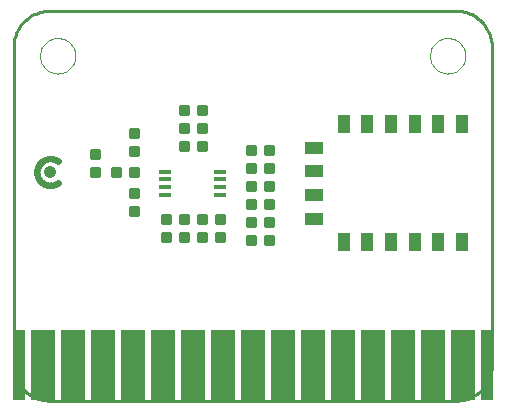
<source format=gtp>
G75*
G70*
%OFA0B0*%
%FSLAX24Y24*%
%IPPOS*%
%LPD*%
%AMOC8*
5,1,8,0,0,1.08239X$1,22.5*
%
%ADD10C,0.0100*%
%ADD11R,0.0787X0.2362*%
%ADD12R,0.0394X0.2362*%
%ADD13C,0.0000*%
%ADD14R,0.0394X0.0591*%
%ADD15R,0.0591X0.0394*%
%ADD16C,0.0088*%
%ADD17R,0.0433X0.0157*%
%ADD18C,0.0010*%
%ADD19C,0.0118*%
%ADD20C,0.0394*%
D10*
X001547Y001364D02*
X001547Y011956D01*
X001549Y012023D01*
X001555Y012090D01*
X001564Y012157D01*
X001577Y012223D01*
X001594Y012288D01*
X001614Y012352D01*
X001638Y012415D01*
X001666Y012477D01*
X001697Y012536D01*
X001731Y012594D01*
X001768Y012650D01*
X001809Y012704D01*
X001852Y012756D01*
X001898Y012805D01*
X001947Y012851D01*
X001999Y012894D01*
X002053Y012935D01*
X002109Y012972D01*
X002167Y013006D01*
X002226Y013037D01*
X002288Y013065D01*
X002351Y013089D01*
X002415Y013109D01*
X002480Y013126D01*
X002546Y013139D01*
X002613Y013148D01*
X002680Y013154D01*
X002747Y013156D01*
X016292Y013156D01*
X016359Y013154D01*
X016426Y013148D01*
X016493Y013139D01*
X016559Y013126D01*
X016624Y013109D01*
X016688Y013089D01*
X016751Y013065D01*
X016813Y013037D01*
X016872Y013006D01*
X016930Y012972D01*
X016986Y012935D01*
X017040Y012894D01*
X017092Y012851D01*
X017141Y012805D01*
X017187Y012756D01*
X017230Y012704D01*
X017271Y012650D01*
X017308Y012594D01*
X017342Y012536D01*
X017373Y012477D01*
X017401Y012415D01*
X017425Y012352D01*
X017445Y012288D01*
X017462Y012223D01*
X017475Y012157D01*
X017484Y012090D01*
X017490Y012023D01*
X017492Y011956D01*
X017492Y001364D01*
X017490Y001297D01*
X017484Y001230D01*
X017475Y001163D01*
X017462Y001097D01*
X017445Y001032D01*
X017425Y000968D01*
X017401Y000905D01*
X017373Y000843D01*
X017342Y000784D01*
X017308Y000726D01*
X017271Y000670D01*
X017230Y000616D01*
X017187Y000564D01*
X017141Y000515D01*
X017092Y000469D01*
X017040Y000426D01*
X016986Y000385D01*
X016930Y000348D01*
X016872Y000314D01*
X016813Y000283D01*
X016751Y000255D01*
X016688Y000231D01*
X016624Y000211D01*
X016559Y000194D01*
X016493Y000181D01*
X016426Y000172D01*
X016359Y000166D01*
X016292Y000164D01*
X002747Y000164D01*
X002680Y000166D01*
X002613Y000172D01*
X002546Y000181D01*
X002480Y000194D01*
X002415Y000211D01*
X002351Y000231D01*
X002288Y000255D01*
X002226Y000283D01*
X002167Y000314D01*
X002109Y000348D01*
X002053Y000385D01*
X001999Y000426D01*
X001947Y000469D01*
X001898Y000515D01*
X001852Y000564D01*
X001809Y000616D01*
X001768Y000670D01*
X001731Y000726D01*
X001697Y000784D01*
X001666Y000843D01*
X001638Y000905D01*
X001614Y000968D01*
X001594Y001032D01*
X001577Y001097D01*
X001564Y001163D01*
X001555Y001230D01*
X001549Y001297D01*
X001547Y001364D01*
D11*
X002519Y001348D03*
X003519Y001348D03*
X004519Y001348D03*
X005519Y001348D03*
X006519Y001348D03*
X007519Y001348D03*
X008519Y001348D03*
X009519Y001348D03*
X010519Y001348D03*
X011519Y001348D03*
X012519Y001348D03*
X013519Y001348D03*
X014519Y001348D03*
X015519Y001348D03*
X016519Y001348D03*
D12*
X017314Y001348D03*
X001724Y001348D03*
D13*
X002428Y011660D02*
X002430Y011708D01*
X002436Y011756D01*
X002446Y011803D01*
X002459Y011849D01*
X002477Y011894D01*
X002497Y011938D01*
X002522Y011980D01*
X002550Y012019D01*
X002580Y012056D01*
X002614Y012090D01*
X002651Y012122D01*
X002689Y012151D01*
X002730Y012176D01*
X002773Y012198D01*
X002818Y012216D01*
X002864Y012230D01*
X002911Y012241D01*
X002959Y012248D01*
X003007Y012251D01*
X003055Y012250D01*
X003103Y012245D01*
X003151Y012236D01*
X003197Y012224D01*
X003242Y012207D01*
X003286Y012187D01*
X003328Y012164D01*
X003368Y012137D01*
X003406Y012107D01*
X003441Y012074D01*
X003473Y012038D01*
X003503Y012000D01*
X003529Y011959D01*
X003551Y011916D01*
X003571Y011872D01*
X003586Y011827D01*
X003598Y011780D01*
X003606Y011732D01*
X003610Y011684D01*
X003610Y011636D01*
X003606Y011588D01*
X003598Y011540D01*
X003586Y011493D01*
X003571Y011448D01*
X003551Y011404D01*
X003529Y011361D01*
X003503Y011320D01*
X003473Y011282D01*
X003441Y011246D01*
X003406Y011213D01*
X003368Y011183D01*
X003328Y011156D01*
X003286Y011133D01*
X003242Y011113D01*
X003197Y011096D01*
X003151Y011084D01*
X003103Y011075D01*
X003055Y011070D01*
X003007Y011069D01*
X002959Y011072D01*
X002911Y011079D01*
X002864Y011090D01*
X002818Y011104D01*
X002773Y011122D01*
X002730Y011144D01*
X002689Y011169D01*
X002651Y011198D01*
X002614Y011230D01*
X002580Y011264D01*
X002550Y011301D01*
X002522Y011340D01*
X002497Y011382D01*
X002477Y011426D01*
X002459Y011471D01*
X002446Y011517D01*
X002436Y011564D01*
X002430Y011612D01*
X002428Y011660D01*
X015428Y011660D02*
X015430Y011708D01*
X015436Y011756D01*
X015446Y011803D01*
X015459Y011849D01*
X015477Y011894D01*
X015497Y011938D01*
X015522Y011980D01*
X015550Y012019D01*
X015580Y012056D01*
X015614Y012090D01*
X015651Y012122D01*
X015689Y012151D01*
X015730Y012176D01*
X015773Y012198D01*
X015818Y012216D01*
X015864Y012230D01*
X015911Y012241D01*
X015959Y012248D01*
X016007Y012251D01*
X016055Y012250D01*
X016103Y012245D01*
X016151Y012236D01*
X016197Y012224D01*
X016242Y012207D01*
X016286Y012187D01*
X016328Y012164D01*
X016368Y012137D01*
X016406Y012107D01*
X016441Y012074D01*
X016473Y012038D01*
X016503Y012000D01*
X016529Y011959D01*
X016551Y011916D01*
X016571Y011872D01*
X016586Y011827D01*
X016598Y011780D01*
X016606Y011732D01*
X016610Y011684D01*
X016610Y011636D01*
X016606Y011588D01*
X016598Y011540D01*
X016586Y011493D01*
X016571Y011448D01*
X016551Y011404D01*
X016529Y011361D01*
X016503Y011320D01*
X016473Y011282D01*
X016441Y011246D01*
X016406Y011213D01*
X016368Y011183D01*
X016328Y011156D01*
X016286Y011133D01*
X016242Y011113D01*
X016197Y011096D01*
X016151Y011084D01*
X016103Y011075D01*
X016055Y011070D01*
X016007Y011069D01*
X015959Y011072D01*
X015911Y011079D01*
X015864Y011090D01*
X015818Y011104D01*
X015773Y011122D01*
X015730Y011144D01*
X015689Y011169D01*
X015651Y011198D01*
X015614Y011230D01*
X015580Y011264D01*
X015550Y011301D01*
X015522Y011340D01*
X015497Y011382D01*
X015477Y011426D01*
X015459Y011471D01*
X015446Y011517D01*
X015436Y011564D01*
X015430Y011612D01*
X015428Y011660D01*
D14*
X015700Y009379D03*
X016488Y009379D03*
X014913Y009379D03*
X014125Y009379D03*
X013338Y009379D03*
X012551Y009379D03*
X012551Y005441D03*
X013338Y005441D03*
X014125Y005441D03*
X014913Y005441D03*
X015700Y005441D03*
X016488Y005441D03*
D15*
X011566Y006229D03*
X011566Y007016D03*
X011566Y007804D03*
X011566Y008591D03*
D16*
X010200Y008641D02*
X009938Y008641D01*
X010200Y008641D02*
X010200Y008379D01*
X009938Y008379D01*
X009938Y008641D01*
X009938Y008466D02*
X010200Y008466D01*
X010200Y008553D02*
X009938Y008553D01*
X009938Y008640D02*
X010200Y008640D01*
X009600Y008641D02*
X009338Y008641D01*
X009600Y008641D02*
X009600Y008379D01*
X009338Y008379D01*
X009338Y008641D01*
X009338Y008466D02*
X009600Y008466D01*
X009600Y008553D02*
X009338Y008553D01*
X009338Y008640D02*
X009600Y008640D01*
X009600Y008041D02*
X009338Y008041D01*
X009600Y008041D02*
X009600Y007779D01*
X009338Y007779D01*
X009338Y008041D01*
X009338Y007866D02*
X009600Y007866D01*
X009600Y007953D02*
X009338Y007953D01*
X009338Y008040D02*
X009600Y008040D01*
X009938Y008041D02*
X010200Y008041D01*
X010200Y007779D01*
X009938Y007779D01*
X009938Y008041D01*
X009938Y007866D02*
X010200Y007866D01*
X010200Y007953D02*
X009938Y007953D01*
X009938Y008040D02*
X010200Y008040D01*
X010200Y007179D02*
X009938Y007179D01*
X009938Y007441D01*
X010200Y007441D01*
X010200Y007179D01*
X010200Y007266D02*
X009938Y007266D01*
X009938Y007353D02*
X010200Y007353D01*
X010200Y007440D02*
X009938Y007440D01*
X009600Y007179D02*
X009338Y007179D01*
X009338Y007441D01*
X009600Y007441D01*
X009600Y007179D01*
X009600Y007266D02*
X009338Y007266D01*
X009338Y007353D02*
X009600Y007353D01*
X009600Y007440D02*
X009338Y007440D01*
X009338Y006579D02*
X009600Y006579D01*
X009338Y006579D02*
X009338Y006841D01*
X009600Y006841D01*
X009600Y006579D01*
X009600Y006666D02*
X009338Y006666D01*
X009338Y006753D02*
X009600Y006753D01*
X009600Y006840D02*
X009338Y006840D01*
X009938Y006579D02*
X010200Y006579D01*
X009938Y006579D02*
X009938Y006841D01*
X010200Y006841D01*
X010200Y006579D01*
X010200Y006666D02*
X009938Y006666D01*
X009938Y006753D02*
X010200Y006753D01*
X010200Y006840D02*
X009938Y006840D01*
X009938Y005979D02*
X010200Y005979D01*
X009938Y005979D02*
X009938Y006241D01*
X010200Y006241D01*
X010200Y005979D01*
X010200Y006066D02*
X009938Y006066D01*
X009938Y006153D02*
X010200Y006153D01*
X010200Y006240D02*
X009938Y006240D01*
X009600Y005979D02*
X009338Y005979D01*
X009338Y006241D01*
X009600Y006241D01*
X009600Y005979D01*
X009600Y006066D02*
X009338Y006066D01*
X009338Y006153D02*
X009600Y006153D01*
X009600Y006240D02*
X009338Y006240D01*
X009338Y005379D02*
X009600Y005379D01*
X009338Y005379D02*
X009338Y005641D01*
X009600Y005641D01*
X009600Y005379D01*
X009600Y005466D02*
X009338Y005466D01*
X009338Y005553D02*
X009600Y005553D01*
X009600Y005640D02*
X009338Y005640D01*
X009938Y005379D02*
X010200Y005379D01*
X009938Y005379D02*
X009938Y005641D01*
X010200Y005641D01*
X010200Y005379D01*
X010200Y005466D02*
X009938Y005466D01*
X009938Y005553D02*
X010200Y005553D01*
X010200Y005640D02*
X009938Y005640D01*
X008288Y005741D02*
X008288Y005479D01*
X008288Y005741D02*
X008550Y005741D01*
X008550Y005479D01*
X008288Y005479D01*
X008288Y005566D02*
X008550Y005566D01*
X008550Y005653D02*
X008288Y005653D01*
X008288Y005740D02*
X008550Y005740D01*
X008288Y006079D02*
X008288Y006341D01*
X008550Y006341D01*
X008550Y006079D01*
X008288Y006079D01*
X008288Y006166D02*
X008550Y006166D01*
X008550Y006253D02*
X008288Y006253D01*
X008288Y006340D02*
X008550Y006340D01*
X007950Y006341D02*
X007950Y006079D01*
X007688Y006079D01*
X007688Y006341D01*
X007950Y006341D01*
X007950Y006166D02*
X007688Y006166D01*
X007688Y006253D02*
X007950Y006253D01*
X007950Y006340D02*
X007688Y006340D01*
X007350Y006341D02*
X007350Y006079D01*
X007088Y006079D01*
X007088Y006341D01*
X007350Y006341D01*
X007350Y006166D02*
X007088Y006166D01*
X007088Y006253D02*
X007350Y006253D01*
X007350Y006340D02*
X007088Y006340D01*
X006750Y006341D02*
X006750Y006079D01*
X006488Y006079D01*
X006488Y006341D01*
X006750Y006341D01*
X006750Y006166D02*
X006488Y006166D01*
X006488Y006253D02*
X006750Y006253D01*
X006750Y006340D02*
X006488Y006340D01*
X006750Y005741D02*
X006750Y005479D01*
X006488Y005479D01*
X006488Y005741D01*
X006750Y005741D01*
X006750Y005566D02*
X006488Y005566D01*
X006488Y005653D02*
X006750Y005653D01*
X006750Y005740D02*
X006488Y005740D01*
X007350Y005741D02*
X007350Y005479D01*
X007088Y005479D01*
X007088Y005741D01*
X007350Y005741D01*
X007350Y005566D02*
X007088Y005566D01*
X007088Y005653D02*
X007350Y005653D01*
X007350Y005740D02*
X007088Y005740D01*
X007950Y005741D02*
X007950Y005479D01*
X007688Y005479D01*
X007688Y005741D01*
X007950Y005741D01*
X007950Y005566D02*
X007688Y005566D01*
X007688Y005653D02*
X007950Y005653D01*
X007950Y005740D02*
X007688Y005740D01*
X005438Y006354D02*
X005438Y006616D01*
X005700Y006616D01*
X005700Y006354D01*
X005438Y006354D01*
X005438Y006441D02*
X005700Y006441D01*
X005700Y006528D02*
X005438Y006528D01*
X005438Y006615D02*
X005700Y006615D01*
X005438Y006954D02*
X005438Y007216D01*
X005700Y007216D01*
X005700Y006954D01*
X005438Y006954D01*
X005438Y007041D02*
X005700Y007041D01*
X005700Y007128D02*
X005438Y007128D01*
X005438Y007215D02*
X005700Y007215D01*
X005700Y007654D02*
X005438Y007654D01*
X005438Y007916D01*
X005700Y007916D01*
X005700Y007654D01*
X005700Y007741D02*
X005438Y007741D01*
X005438Y007828D02*
X005700Y007828D01*
X005700Y007915D02*
X005438Y007915D01*
X005100Y007654D02*
X004838Y007654D01*
X004838Y007916D01*
X005100Y007916D01*
X005100Y007654D01*
X005100Y007741D02*
X004838Y007741D01*
X004838Y007828D02*
X005100Y007828D01*
X005100Y007915D02*
X004838Y007915D01*
X004138Y007916D02*
X004138Y007654D01*
X004138Y007916D02*
X004400Y007916D01*
X004400Y007654D01*
X004138Y007654D01*
X004138Y007741D02*
X004400Y007741D01*
X004400Y007828D02*
X004138Y007828D01*
X004138Y007915D02*
X004400Y007915D01*
X004138Y008254D02*
X004138Y008516D01*
X004400Y008516D01*
X004400Y008254D01*
X004138Y008254D01*
X004138Y008341D02*
X004400Y008341D01*
X004400Y008428D02*
X004138Y008428D01*
X004138Y008515D02*
X004400Y008515D01*
X005438Y008616D02*
X005438Y008354D01*
X005438Y008616D02*
X005700Y008616D01*
X005700Y008354D01*
X005438Y008354D01*
X005438Y008441D02*
X005700Y008441D01*
X005700Y008528D02*
X005438Y008528D01*
X005438Y008615D02*
X005700Y008615D01*
X005438Y008954D02*
X005438Y009216D01*
X005700Y009216D01*
X005700Y008954D01*
X005438Y008954D01*
X005438Y009041D02*
X005700Y009041D01*
X005700Y009128D02*
X005438Y009128D01*
X005438Y009215D02*
X005700Y009215D01*
X007088Y009129D02*
X007350Y009129D01*
X007088Y009129D02*
X007088Y009391D01*
X007350Y009391D01*
X007350Y009129D01*
X007350Y009216D02*
X007088Y009216D01*
X007088Y009303D02*
X007350Y009303D01*
X007350Y009390D02*
X007088Y009390D01*
X007088Y009729D02*
X007350Y009729D01*
X007088Y009729D02*
X007088Y009991D01*
X007350Y009991D01*
X007350Y009729D01*
X007350Y009816D02*
X007088Y009816D01*
X007088Y009903D02*
X007350Y009903D01*
X007350Y009990D02*
X007088Y009990D01*
X007688Y009729D02*
X007950Y009729D01*
X007688Y009729D02*
X007688Y009991D01*
X007950Y009991D01*
X007950Y009729D01*
X007950Y009816D02*
X007688Y009816D01*
X007688Y009903D02*
X007950Y009903D01*
X007950Y009990D02*
X007688Y009990D01*
X007688Y009129D02*
X007950Y009129D01*
X007688Y009129D02*
X007688Y009391D01*
X007950Y009391D01*
X007950Y009129D01*
X007950Y009216D02*
X007688Y009216D01*
X007688Y009303D02*
X007950Y009303D01*
X007950Y009390D02*
X007688Y009390D01*
X007688Y008529D02*
X007950Y008529D01*
X007688Y008529D02*
X007688Y008791D01*
X007950Y008791D01*
X007950Y008529D01*
X007950Y008616D02*
X007688Y008616D01*
X007688Y008703D02*
X007950Y008703D01*
X007950Y008790D02*
X007688Y008790D01*
X007350Y008529D02*
X007088Y008529D01*
X007088Y008791D01*
X007350Y008791D01*
X007350Y008529D01*
X007350Y008616D02*
X007088Y008616D01*
X007088Y008703D02*
X007350Y008703D01*
X007350Y008790D02*
X007088Y008790D01*
D17*
X006594Y007794D03*
X006594Y007538D03*
X006594Y007282D03*
X006594Y007026D03*
X008444Y007026D03*
X008444Y007282D03*
X008444Y007538D03*
X008444Y007794D03*
D18*
X003145Y008161D02*
X003144Y008160D01*
X003144Y008161D01*
X003144Y008160D02*
X003143Y008159D01*
X003143Y008163D01*
X003142Y008164D02*
X003142Y008158D01*
X003143Y008159D01*
X003142Y008158D02*
X003141Y008157D01*
X003141Y008165D01*
X003139Y008166D02*
X003139Y008155D01*
X003141Y008157D01*
X003139Y008155D02*
X003138Y008154D01*
X003138Y008167D01*
X003137Y008169D02*
X003137Y008153D01*
X003138Y008154D01*
X003137Y008153D02*
X003136Y008152D01*
X003136Y008170D01*
X003134Y008171D02*
X003134Y008150D01*
X003136Y008152D01*
X003134Y008150D02*
X003133Y008149D01*
X003133Y008172D01*
X003132Y008173D02*
X003132Y008148D01*
X003133Y008149D01*
X003132Y008148D02*
X003131Y008147D01*
X003131Y008175D01*
X003129Y008176D02*
X003129Y008145D01*
X003131Y008147D01*
X003129Y008145D02*
X003128Y008144D01*
X003128Y008177D01*
X003127Y008178D02*
X003127Y008143D01*
X003128Y008144D01*
X003127Y008143D02*
X003126Y008142D01*
X003126Y008179D01*
X003124Y008180D02*
X003124Y008140D01*
X003126Y008142D01*
X003124Y008140D02*
X003123Y008139D01*
X003123Y008181D01*
X003122Y008183D02*
X003122Y008138D01*
X003123Y008139D01*
X003122Y008138D02*
X003121Y008137D01*
X003121Y008184D01*
X003119Y008185D02*
X003119Y008135D01*
X003121Y008137D01*
X003119Y008135D02*
X003118Y008134D01*
X003118Y008186D01*
X003117Y008187D02*
X003117Y008133D01*
X003118Y008134D01*
X003117Y008133D02*
X003116Y008132D01*
X003116Y008188D01*
X003114Y008189D02*
X003114Y008130D01*
X003116Y008132D01*
X003114Y008130D02*
X003113Y008129D01*
X003113Y008190D01*
X003112Y008191D02*
X003112Y008128D01*
X003113Y008129D01*
X003112Y008128D02*
X003111Y008127D01*
X003111Y008192D01*
X003109Y008193D02*
X003109Y008125D01*
X003111Y008127D01*
X003109Y008125D02*
X003108Y008124D01*
X003108Y008194D01*
X003107Y008195D02*
X003107Y008123D01*
X003108Y008124D01*
X003107Y008123D02*
X003106Y008122D01*
X003106Y008196D01*
X003104Y008197D02*
X003104Y008120D01*
X003106Y008122D01*
X003104Y008120D02*
X003103Y008119D01*
X003103Y008198D01*
X003102Y008199D02*
X003102Y008118D01*
X003103Y008119D01*
X003102Y008118D02*
X003101Y008117D01*
X003101Y008200D01*
X003099Y008201D02*
X003099Y008115D01*
X003101Y008117D01*
X003099Y008115D02*
X003098Y008114D01*
X003098Y008202D01*
X003097Y008203D02*
X003097Y008113D01*
X003098Y008114D01*
X003097Y008113D02*
X003096Y008112D01*
X003096Y008204D01*
X003094Y008205D02*
X003094Y008110D01*
X003096Y008112D01*
X003094Y008110D02*
X003093Y008109D01*
X003093Y008206D01*
X003092Y008207D02*
X003092Y008108D01*
X003093Y008109D01*
X003092Y008108D02*
X003091Y008107D01*
X003091Y008208D01*
X003089Y008209D02*
X003089Y008105D01*
X003091Y008107D01*
X003089Y008105D02*
X003088Y008104D01*
X003088Y008210D01*
X003087Y008211D02*
X003087Y008103D01*
X003088Y008104D01*
X003087Y008103D02*
X003086Y008102D01*
X003086Y008212D01*
X003084Y008213D02*
X003084Y008100D01*
X003086Y008102D01*
X003084Y008100D02*
X003083Y008099D01*
X003083Y008214D01*
X003082Y008215D02*
X003082Y008098D01*
X003083Y008099D01*
X003082Y008098D02*
X003081Y008097D01*
X003081Y008216D01*
X003079Y008217D02*
X003079Y008095D01*
X003081Y008097D01*
X003079Y008095D02*
X003078Y008094D01*
X003078Y008217D01*
X003077Y008218D02*
X003077Y008093D01*
X003078Y008094D01*
X003077Y008093D02*
X003076Y008092D01*
X003076Y008219D01*
X003074Y008220D02*
X003074Y008090D01*
X003076Y008092D01*
X003074Y008090D02*
X003073Y008089D01*
X003073Y008221D01*
X003072Y008222D02*
X003072Y008088D01*
X003073Y008089D01*
X003072Y008088D02*
X003071Y008087D01*
X003071Y008223D01*
X003069Y008224D02*
X003069Y008085D01*
X003071Y008087D01*
X003069Y008085D02*
X003068Y008084D01*
X003068Y008224D01*
X003067Y008225D02*
X003067Y008083D01*
X003068Y008084D01*
X003067Y008083D02*
X003066Y008082D01*
X003066Y008226D01*
X003064Y008227D02*
X003064Y008080D01*
X003066Y008082D01*
X003064Y008080D02*
X003063Y008079D01*
X003063Y008228D01*
X003062Y008229D02*
X003062Y008078D01*
X003063Y008079D01*
X003062Y008078D02*
X003061Y008077D01*
X003061Y008229D01*
X003059Y008230D02*
X003059Y008075D01*
X003061Y008077D01*
X003059Y008075D02*
X003058Y008074D01*
X003058Y008231D01*
X003057Y008232D02*
X003057Y008073D01*
X003058Y008074D01*
X003057Y008073D02*
X003056Y008072D01*
X003056Y008233D01*
X003054Y008233D02*
X003054Y008070D01*
X003056Y008072D01*
X003054Y008070D02*
X003053Y008069D01*
X003053Y008234D01*
X003052Y008235D02*
X003052Y008068D01*
X003053Y008069D01*
X003052Y008068D02*
X003051Y008067D01*
X003051Y008236D01*
X003049Y008237D02*
X003049Y008065D01*
X003051Y008067D01*
X003049Y008065D02*
X003048Y008064D01*
X003048Y008237D01*
X003047Y008238D02*
X003047Y008063D01*
X003048Y008064D01*
X003047Y008063D02*
X003046Y008062D01*
X003046Y008239D01*
X003044Y008240D02*
X003044Y008060D01*
X003046Y008062D01*
X003044Y008060D02*
X003043Y008059D01*
X003043Y008240D01*
X003042Y008241D02*
X003042Y008058D01*
X003043Y008059D01*
X003042Y008058D02*
X003041Y008057D01*
X003041Y008242D01*
X003039Y008243D02*
X003039Y008055D01*
X003041Y008057D01*
X003039Y008055D02*
X003038Y008054D01*
X003038Y008243D01*
X003037Y008244D02*
X003037Y008053D01*
X003038Y008054D01*
X003037Y008053D02*
X003036Y008052D01*
X003036Y008245D01*
X003034Y008246D02*
X003034Y008050D01*
X003036Y008052D01*
X003034Y008050D02*
X003033Y008049D01*
X003033Y008246D01*
X003032Y008247D02*
X003032Y008048D01*
X003033Y008049D01*
X003032Y008048D02*
X003031Y008047D01*
X003031Y008248D01*
X003029Y008248D02*
X003029Y008045D01*
X003031Y008047D01*
X003029Y008045D02*
X003028Y008044D01*
X003028Y008249D01*
X003027Y008250D02*
X003027Y008043D01*
X003028Y008044D01*
X003027Y008043D02*
X003026Y008042D01*
X003026Y008250D01*
X003024Y008251D02*
X003024Y008040D01*
X003026Y008042D01*
X003024Y008040D02*
X003023Y008039D01*
X003023Y008252D01*
X003022Y008253D02*
X003022Y008038D01*
X003023Y008039D01*
X003022Y008038D02*
X003022Y008038D01*
X003021Y008038D02*
X003021Y008253D01*
X003019Y008254D02*
X003019Y008040D01*
X003018Y008041D02*
X003018Y008255D01*
X003017Y008255D02*
X003017Y008042D01*
X003016Y008043D02*
X003016Y008256D01*
X003014Y008257D02*
X003014Y008045D01*
X003013Y008046D02*
X003013Y008257D01*
X003012Y008258D02*
X003012Y008047D01*
X003011Y008048D02*
X003011Y008258D01*
X003009Y008259D02*
X003009Y008049D01*
X003008Y008050D02*
X003008Y008260D01*
X003007Y008260D02*
X003007Y008051D01*
X003006Y008053D02*
X003006Y008261D01*
X003004Y008262D02*
X003004Y008054D01*
X003003Y008055D02*
X003003Y008262D01*
X003002Y008263D02*
X003002Y008056D01*
X003001Y008057D02*
X003001Y008263D01*
X002999Y008264D02*
X002999Y008058D01*
X002998Y008059D02*
X002998Y008265D01*
X002997Y008265D02*
X002997Y008060D01*
X002996Y008061D02*
X002996Y008266D01*
X002994Y008266D02*
X002994Y008062D01*
X002993Y008063D02*
X002993Y008267D01*
X002992Y008268D02*
X002992Y008064D01*
X002991Y008065D02*
X002991Y008268D01*
X002989Y008269D02*
X002989Y008066D01*
X002988Y008067D02*
X002988Y008269D01*
X002987Y008270D02*
X002987Y008068D01*
X002986Y008069D02*
X002986Y008270D01*
X002984Y008271D02*
X002984Y008070D01*
X002983Y008071D02*
X002983Y008271D01*
X002982Y008272D02*
X002982Y008072D01*
X002981Y008073D02*
X002981Y008273D01*
X002979Y008273D02*
X002979Y008074D01*
X002978Y008075D02*
X002978Y008274D01*
X002977Y008274D02*
X002977Y008075D01*
X002976Y008076D02*
X002976Y008275D01*
X002974Y008275D02*
X002974Y008077D01*
X002973Y008078D02*
X002973Y008276D01*
X002972Y008276D02*
X002972Y008079D01*
X002971Y008080D02*
X002971Y008277D01*
X002969Y008277D02*
X002969Y008081D01*
X002968Y008081D02*
X002968Y008278D01*
X002967Y008278D02*
X002967Y008082D01*
X002966Y008083D02*
X002966Y008279D01*
X002964Y008279D02*
X002964Y008084D01*
X002963Y008085D02*
X002963Y008280D01*
X002962Y008280D02*
X002962Y008086D01*
X002961Y008086D02*
X002961Y008281D01*
X002959Y008281D02*
X002959Y008087D01*
X002958Y008088D02*
X002958Y008282D01*
X002957Y008282D02*
X002957Y008089D01*
X002956Y008090D02*
X002956Y008283D01*
X002954Y008283D02*
X002954Y008090D01*
X002953Y008091D02*
X002953Y008284D01*
X002952Y008284D02*
X002952Y008092D01*
X002951Y008093D02*
X002951Y008285D01*
X002949Y008285D02*
X002949Y008093D01*
X002948Y008094D02*
X002948Y008285D01*
X002947Y008286D02*
X002947Y008095D01*
X002946Y008095D02*
X002946Y008286D01*
X002944Y008287D02*
X002944Y008096D01*
X002943Y008097D02*
X002943Y008287D01*
X002942Y008288D02*
X002942Y008098D01*
X002941Y008098D02*
X002941Y008288D01*
X002939Y008288D02*
X002939Y008099D01*
X002938Y008100D02*
X002938Y008289D01*
X002937Y008289D02*
X002937Y008100D01*
X002936Y008101D02*
X002936Y008290D01*
X002934Y008290D02*
X002934Y008102D01*
X002933Y008102D02*
X002933Y008291D01*
X002932Y008291D02*
X002932Y008103D01*
X002931Y008103D02*
X002931Y008291D01*
X002929Y008292D02*
X002929Y008104D01*
X002928Y008105D02*
X002928Y008292D01*
X002927Y008293D02*
X002927Y008105D01*
X002926Y008106D02*
X002926Y008293D01*
X002924Y008293D02*
X002924Y008107D01*
X002923Y008107D02*
X002923Y008294D01*
X002922Y008294D02*
X002922Y008108D01*
X002921Y008108D02*
X002921Y008294D01*
X002919Y008295D02*
X002919Y008109D01*
X002918Y008110D02*
X002918Y008295D01*
X002917Y008296D02*
X002917Y008110D01*
X002916Y008111D02*
X002916Y008296D01*
X002914Y008296D02*
X002914Y008111D01*
X002913Y008112D02*
X002913Y008297D01*
X002912Y008297D02*
X002912Y008112D01*
X002911Y008113D02*
X002911Y008297D01*
X002909Y008298D02*
X002909Y008113D01*
X002908Y008114D02*
X002908Y008298D01*
X002907Y008298D02*
X002907Y008114D01*
X002906Y008115D02*
X002906Y008299D01*
X002904Y008299D02*
X002904Y008115D01*
X002903Y008116D02*
X002903Y008299D01*
X002902Y008300D02*
X002902Y008116D01*
X002901Y008117D02*
X002901Y008300D01*
X002899Y008300D02*
X002899Y008117D01*
X002898Y008118D02*
X002898Y008301D01*
X002897Y008301D02*
X002897Y008118D01*
X002896Y008119D02*
X002896Y008301D01*
X002894Y008302D02*
X002894Y008119D01*
X002893Y008120D02*
X002893Y008302D01*
X002892Y008302D02*
X002892Y008120D01*
X002891Y008121D02*
X002891Y008302D01*
X002889Y008303D02*
X002889Y008121D01*
X002888Y008122D02*
X002888Y008303D01*
X002887Y008303D02*
X002887Y008122D01*
X002886Y008123D02*
X002886Y008304D01*
X002884Y008304D02*
X002884Y008123D01*
X002883Y008123D02*
X002883Y008304D01*
X002882Y008304D02*
X002882Y008124D01*
X002881Y008124D02*
X002881Y008305D01*
X002879Y008305D02*
X002879Y008125D01*
X002878Y008125D02*
X002878Y008305D01*
X002877Y008305D02*
X002877Y008125D01*
X002876Y008126D02*
X002876Y008306D01*
X002874Y008306D02*
X002874Y008126D01*
X002873Y008127D02*
X002873Y008306D01*
X002872Y008306D02*
X002872Y008127D01*
X002871Y008127D02*
X002871Y008307D01*
X002869Y008307D02*
X002869Y008128D01*
X002868Y008128D02*
X002868Y008307D01*
X002867Y008307D02*
X002867Y008128D01*
X002866Y008129D02*
X002866Y008308D01*
X002864Y008308D02*
X002864Y008129D01*
X002863Y008129D02*
X002863Y008308D01*
X002862Y008308D02*
X002862Y008130D01*
X002861Y008130D02*
X002861Y008309D01*
X002859Y008309D02*
X002859Y008130D01*
X002858Y008131D02*
X002858Y008309D01*
X002857Y008309D02*
X002857Y008131D01*
X002856Y008131D02*
X002856Y008309D01*
X002854Y008310D02*
X002854Y008132D01*
X002853Y008132D02*
X002853Y008310D01*
X002852Y008310D02*
X002852Y008132D01*
X002851Y008133D02*
X002851Y008310D01*
X002849Y008310D02*
X002849Y008133D01*
X002848Y008133D02*
X002848Y008311D01*
X002847Y008311D02*
X002847Y008134D01*
X002846Y008134D02*
X002846Y008311D01*
X002844Y008311D02*
X002844Y008134D01*
X002843Y008134D02*
X002843Y008311D01*
X002842Y008311D02*
X002842Y008135D01*
X002841Y008135D02*
X002841Y008312D01*
X002839Y008312D02*
X002839Y008135D01*
X002838Y008135D02*
X002838Y008312D01*
X002837Y008312D02*
X002837Y008136D01*
X002836Y008136D02*
X002836Y008312D01*
X002834Y008312D02*
X002834Y008136D01*
X002833Y008136D02*
X002833Y008313D01*
X002832Y008313D02*
X002832Y008137D01*
X002831Y008137D02*
X002831Y008313D01*
X002829Y008313D02*
X002829Y008137D01*
X002828Y008137D02*
X002828Y008313D01*
X002827Y008313D02*
X002827Y008137D01*
X002826Y008138D02*
X002826Y008313D01*
X002824Y008314D02*
X002824Y008138D01*
X002823Y008138D02*
X002823Y008314D01*
X002822Y008314D02*
X002822Y008138D01*
X002821Y008138D02*
X002821Y008314D01*
X002819Y008314D02*
X002819Y008139D01*
X002818Y008139D02*
X002818Y008314D01*
X002817Y008314D02*
X002817Y008139D01*
X002816Y008139D02*
X002816Y008314D01*
X002814Y008315D02*
X002814Y008139D01*
X002813Y008139D02*
X002813Y008315D01*
X002812Y008315D02*
X002812Y008140D01*
X002811Y008140D02*
X002811Y008315D01*
X002809Y008315D02*
X002809Y008140D01*
X002808Y008140D02*
X002808Y008315D01*
X002807Y008315D02*
X002807Y008140D01*
X002806Y008140D02*
X002806Y008315D01*
X002804Y008315D02*
X002804Y008140D01*
X002803Y008140D02*
X002803Y008315D01*
X002802Y008315D02*
X002802Y008141D01*
X002801Y008141D02*
X002801Y008316D01*
X002799Y008316D02*
X002799Y008141D01*
X002798Y008141D02*
X002798Y008316D01*
X002797Y008316D02*
X002797Y008141D01*
X002796Y008141D02*
X002796Y008316D01*
X002794Y008316D02*
X002794Y008141D01*
X002793Y008141D02*
X002793Y008316D01*
X002792Y008316D02*
X002792Y008141D01*
X002791Y008141D02*
X002791Y008316D01*
X002789Y008316D02*
X002789Y008142D01*
X002788Y008142D02*
X002788Y008316D01*
X002787Y008316D02*
X002787Y008142D01*
X002786Y008142D02*
X002786Y008316D01*
X002784Y008316D02*
X002784Y008142D01*
X002783Y008142D02*
X002783Y008316D01*
X002782Y008316D02*
X002782Y008142D01*
X002781Y008142D02*
X002781Y008316D01*
X002779Y008316D02*
X002779Y008142D01*
X002778Y008142D02*
X002778Y008316D01*
X002777Y008316D02*
X002777Y008142D01*
X002776Y008142D02*
X002776Y008316D01*
X002774Y008316D02*
X002774Y008142D01*
X002773Y008142D02*
X002773Y008316D01*
X002772Y008316D02*
X002772Y008142D01*
X002771Y008142D02*
X002771Y008316D01*
X002769Y008316D02*
X002769Y008142D01*
X002768Y008142D02*
X002768Y008316D01*
X002767Y008316D02*
X002767Y008142D01*
X002766Y008142D02*
X002766Y008316D01*
X002764Y008316D02*
X002764Y008142D01*
X002763Y008142D02*
X002763Y008316D01*
X002762Y008316D02*
X002762Y008142D01*
X002761Y008142D02*
X002761Y008316D01*
X002759Y008316D02*
X002759Y008142D01*
X002758Y008142D02*
X002758Y008316D01*
X002757Y008316D02*
X002757Y008142D01*
X002756Y008142D02*
X002756Y008316D01*
X002754Y008316D02*
X002754Y008142D01*
X002753Y008142D02*
X002753Y008316D01*
X002752Y008316D02*
X002752Y008142D01*
X002751Y008142D02*
X002751Y008316D01*
X002749Y008316D02*
X002749Y008142D01*
X002748Y008141D02*
X002748Y008316D01*
X002747Y008316D02*
X002747Y008141D01*
X002746Y008141D02*
X002746Y008316D01*
X002744Y008316D02*
X002744Y008141D01*
X002743Y008141D02*
X002743Y008316D01*
X002742Y008316D02*
X002742Y008141D01*
X002741Y008141D02*
X002741Y008316D01*
X002739Y008316D02*
X002739Y008141D01*
X002738Y008141D02*
X002738Y008316D01*
X002737Y008316D02*
X002737Y008141D01*
X002736Y008141D02*
X002736Y008315D01*
X002734Y008315D02*
X002734Y008140D01*
X002733Y008140D02*
X002733Y008315D01*
X002732Y008315D02*
X002732Y008140D01*
X002731Y008140D02*
X002731Y008315D01*
X002729Y008315D02*
X002729Y008140D01*
X002728Y008140D02*
X002728Y008315D01*
X002727Y008315D02*
X002727Y008140D01*
X002726Y008139D02*
X002726Y008315D01*
X002724Y008315D02*
X002724Y008139D01*
X002723Y008139D02*
X002723Y008315D01*
X002722Y008314D02*
X002722Y008139D01*
X002721Y008139D02*
X002721Y008314D01*
X002719Y008314D02*
X002719Y008139D01*
X002718Y008138D02*
X002718Y008314D01*
X002717Y008314D02*
X002717Y008138D01*
X002716Y008138D02*
X002716Y008314D01*
X002714Y008314D02*
X002714Y008138D01*
X002713Y008138D02*
X002713Y008314D01*
X002712Y008313D02*
X002712Y008137D01*
X002711Y008137D02*
X002711Y008313D01*
X002709Y008313D02*
X002709Y008137D01*
X002708Y008137D02*
X002708Y008313D01*
X002707Y008313D02*
X002707Y008137D01*
X002706Y008136D02*
X002706Y008313D01*
X002704Y008313D02*
X002704Y008136D01*
X002703Y008136D02*
X002703Y008312D01*
X002702Y008312D02*
X002702Y008136D01*
X002701Y008135D02*
X002701Y008312D01*
X002699Y008312D02*
X002699Y008135D01*
X002698Y008135D02*
X002698Y008312D01*
X002697Y008312D02*
X002697Y008135D01*
X002696Y008134D02*
X002696Y008311D01*
X002694Y008311D02*
X002694Y008134D01*
X002693Y008134D02*
X002693Y008311D01*
X002692Y008311D02*
X002692Y008134D01*
X002691Y008133D02*
X002691Y008311D01*
X002689Y008310D02*
X002689Y008133D01*
X002688Y008133D02*
X002688Y008310D01*
X002687Y008310D02*
X002687Y008133D01*
X002686Y008132D02*
X002686Y008310D01*
X002684Y008310D02*
X002684Y008132D01*
X002683Y008132D02*
X002683Y008310D01*
X002682Y008309D02*
X002682Y008131D01*
X002681Y008131D02*
X002681Y008309D01*
X002679Y008309D02*
X002679Y008131D01*
X002678Y008130D02*
X002678Y008309D01*
X002677Y008308D02*
X002677Y008130D01*
X002676Y008130D02*
X002676Y008308D01*
X002674Y008308D02*
X002674Y008129D01*
X002673Y008129D02*
X002673Y008308D01*
X002672Y008308D02*
X002672Y008129D01*
X002671Y008128D02*
X002671Y008307D01*
X002669Y008307D02*
X002669Y008128D01*
X002668Y008128D02*
X002668Y008307D01*
X002667Y008307D02*
X002667Y008127D01*
X002666Y008127D02*
X002666Y008306D01*
X002664Y008306D02*
X002664Y008126D01*
X002663Y008126D02*
X002663Y008306D01*
X002662Y008306D02*
X002662Y008126D01*
X002661Y008125D02*
X002661Y008305D01*
X002659Y008305D02*
X002659Y008125D01*
X002658Y008124D02*
X002658Y008305D01*
X002657Y008305D02*
X002657Y008124D01*
X002656Y008124D02*
X002656Y008304D01*
X002654Y008304D02*
X002654Y008123D01*
X002653Y008123D02*
X002653Y008304D01*
X002652Y008303D02*
X002652Y008122D01*
X002651Y008122D02*
X002651Y008303D01*
X002649Y008303D02*
X002649Y008121D01*
X002648Y008121D02*
X002648Y008303D01*
X002647Y008302D02*
X002647Y008121D01*
X002646Y008120D02*
X002646Y008302D01*
X002644Y008302D02*
X002644Y008120D01*
X002643Y008119D02*
X002643Y008301D01*
X002642Y008301D02*
X002642Y008119D01*
X002641Y008118D02*
X002641Y008301D01*
X002639Y008300D02*
X002639Y008118D01*
X002638Y008117D02*
X002638Y008300D01*
X002637Y008300D02*
X002637Y008117D01*
X002636Y008116D02*
X002636Y008299D01*
X002634Y008299D02*
X002634Y008116D01*
X002633Y008115D02*
X002633Y008299D01*
X002632Y008298D02*
X002632Y008115D01*
X002631Y008114D02*
X002631Y008298D01*
X002629Y008298D02*
X002629Y008114D01*
X002628Y008113D02*
X002628Y008297D01*
X002627Y008297D02*
X002627Y008113D01*
X002626Y008112D02*
X002626Y008297D01*
X002624Y008296D02*
X002624Y008111D01*
X002623Y008111D02*
X002623Y008296D01*
X002622Y008296D02*
X002622Y008110D01*
X002621Y008110D02*
X002621Y008295D01*
X002619Y008295D02*
X002619Y008109D01*
X002618Y008109D02*
X002618Y008295D01*
X002617Y008294D02*
X002617Y008108D01*
X002616Y008107D02*
X002616Y008294D01*
X002614Y008293D02*
X002614Y008107D01*
X002613Y008106D02*
X002613Y008293D01*
X002612Y008293D02*
X002612Y008106D01*
X002611Y008105D02*
X002611Y008292D01*
X002609Y008292D02*
X002609Y008104D01*
X002608Y008104D02*
X002608Y008292D01*
X002607Y008291D02*
X002607Y008103D01*
X002606Y008102D02*
X002606Y008291D01*
X002604Y008290D02*
X002604Y008102D01*
X002603Y008101D02*
X002603Y008290D01*
X002602Y008290D02*
X002602Y008101D01*
X002601Y008100D02*
X002601Y008289D01*
X002599Y008289D02*
X002599Y008099D01*
X002598Y008099D02*
X002598Y008288D01*
X002597Y008288D02*
X002597Y008098D01*
X002596Y008097D02*
X002596Y008287D01*
X002594Y008287D02*
X002594Y008096D01*
X002593Y008096D02*
X002593Y008287D01*
X002592Y008286D02*
X002592Y008095D01*
X002591Y008094D02*
X002591Y008286D01*
X002589Y008285D02*
X002589Y008094D01*
X002588Y008093D02*
X002588Y008285D01*
X002587Y008284D02*
X002587Y008092D01*
X002586Y008091D02*
X002586Y008284D01*
X002584Y008283D02*
X002584Y008091D01*
X002583Y008090D02*
X002583Y008283D01*
X002582Y008282D02*
X002582Y008089D01*
X002581Y008088D02*
X002581Y008282D01*
X002579Y008281D02*
X002579Y008088D01*
X002578Y008087D02*
X002578Y008281D01*
X002577Y008281D02*
X002577Y008086D01*
X002576Y008085D02*
X002576Y008280D01*
X002574Y008280D02*
X002574Y008084D01*
X002573Y008084D02*
X002573Y008279D01*
X002572Y008279D02*
X002572Y008083D01*
X002571Y008082D02*
X002571Y008278D01*
X002569Y008278D02*
X002569Y008081D01*
X002568Y008080D02*
X002568Y008277D01*
X002567Y008277D02*
X002567Y008079D01*
X002566Y008078D02*
X002566Y008276D01*
X002564Y008275D02*
X002564Y008078D01*
X002563Y008077D02*
X002563Y008275D01*
X002562Y008274D02*
X002562Y008076D01*
X002561Y008075D02*
X002561Y008274D01*
X002559Y008273D02*
X002559Y008074D01*
X002558Y008073D02*
X002558Y008273D01*
X002557Y008272D02*
X002557Y008072D01*
X002556Y008071D02*
X002556Y008272D01*
X002554Y008271D02*
X002554Y008070D01*
X002553Y008069D02*
X002553Y008271D01*
X002552Y008270D02*
X002552Y008068D01*
X002551Y008067D02*
X002551Y008270D01*
X002549Y008269D02*
X002549Y008067D01*
X002548Y008066D02*
X002548Y008268D01*
X002547Y008268D02*
X002547Y008065D01*
X002546Y008064D02*
X002546Y008267D01*
X002544Y008267D02*
X002544Y008063D01*
X002543Y008062D02*
X002543Y008266D01*
X002542Y008265D02*
X002542Y008060D01*
X002541Y008059D02*
X002541Y008265D01*
X002539Y008264D02*
X002539Y008058D01*
X002538Y008057D02*
X002538Y008264D01*
X002537Y008263D02*
X002537Y008056D01*
X002536Y008055D02*
X002536Y008262D01*
X002534Y008262D02*
X002534Y008054D01*
X002533Y008053D02*
X002533Y008261D01*
X002532Y008261D02*
X002532Y008052D01*
X002531Y008051D02*
X002531Y008260D01*
X002529Y008259D02*
X002529Y008050D01*
X002528Y008049D02*
X002528Y008259D01*
X002527Y008258D02*
X002527Y008047D01*
X002526Y008046D02*
X002526Y008257D01*
X002524Y008257D02*
X002524Y008045D01*
X002523Y008044D02*
X002523Y008256D01*
X002522Y008256D02*
X002522Y008043D01*
X002521Y008041D02*
X002521Y008255D01*
X002519Y008254D02*
X002519Y008040D01*
X002518Y008039D02*
X002518Y008254D01*
X002517Y008253D02*
X002517Y008038D01*
X002516Y008037D02*
X002516Y008252D01*
X002514Y008251D02*
X002514Y008035D01*
X002513Y008034D02*
X002513Y008251D01*
X002512Y008250D02*
X002512Y008033D01*
X002511Y008031D02*
X002511Y008249D01*
X002509Y008249D02*
X002509Y008030D01*
X002508Y008029D02*
X002508Y008248D01*
X002507Y008247D02*
X002507Y008027D01*
X002506Y008026D02*
X002506Y008247D01*
X002504Y008246D02*
X002504Y008025D01*
X002503Y008023D02*
X002503Y008245D01*
X002502Y008244D02*
X002502Y008022D01*
X002501Y008020D02*
X002501Y008244D01*
X002499Y008243D02*
X002499Y008019D01*
X002498Y008018D02*
X002498Y008242D01*
X002497Y008242D02*
X002497Y008016D01*
X002496Y008015D02*
X002496Y008241D01*
X002494Y008240D02*
X002494Y008013D01*
X002493Y008012D02*
X002493Y008239D01*
X002492Y008238D02*
X002492Y008010D01*
X002491Y008009D02*
X002491Y008238D01*
X002489Y008237D02*
X002489Y008007D01*
X002488Y008005D02*
X002488Y008236D01*
X002487Y008235D02*
X002487Y008004D01*
X002486Y008002D02*
X002486Y008235D01*
X002484Y008234D02*
X002484Y008001D01*
X002483Y007999D02*
X002483Y008233D01*
X002482Y008232D02*
X002482Y007997D01*
X002481Y007996D02*
X002481Y008231D01*
X002479Y008231D02*
X002479Y007994D01*
X002478Y007992D02*
X002478Y008230D01*
X002477Y008229D02*
X002477Y007990D01*
X002476Y007988D02*
X002476Y008228D01*
X002474Y008227D02*
X002474Y007987D01*
X002473Y007985D02*
X002473Y008226D01*
X002472Y008226D02*
X002472Y007983D01*
X002471Y007981D02*
X002471Y008225D01*
X002469Y008224D02*
X002469Y007979D01*
X002468Y007977D02*
X002468Y008223D01*
X002467Y008222D02*
X002467Y007975D01*
X002466Y007973D02*
X002466Y008221D01*
X002464Y008220D02*
X002464Y007971D01*
X002463Y007969D02*
X002463Y008220D01*
X002462Y008219D02*
X002462Y007967D01*
X002461Y007965D02*
X002461Y008218D01*
X002459Y008217D02*
X002459Y007963D01*
X002458Y007961D02*
X002458Y008216D01*
X002457Y008215D02*
X002457Y007958D01*
X002456Y007956D02*
X002456Y008011D01*
X002454Y008007D02*
X002454Y007954D01*
X002453Y007951D02*
X002453Y008004D01*
X002452Y008001D02*
X002452Y007949D01*
X002451Y007947D02*
X002451Y007999D01*
X002449Y007997D02*
X002449Y007944D01*
X002448Y007942D02*
X002448Y007995D01*
X002447Y007994D02*
X002447Y007939D01*
X002446Y007936D02*
X002446Y007992D01*
X002444Y007991D02*
X002444Y007934D01*
X002443Y007931D02*
X002443Y007990D01*
X002442Y007989D02*
X002442Y007928D01*
X002441Y007925D02*
X002441Y007988D01*
X002439Y007987D02*
X002439Y007922D01*
X002438Y007919D02*
X002438Y007986D01*
X002437Y007985D02*
X002437Y007916D01*
X002436Y007913D02*
X002436Y007985D01*
X002434Y007984D02*
X002434Y007909D01*
X002433Y007906D02*
X002433Y007984D01*
X002432Y007983D02*
X002432Y007903D01*
X002431Y007899D02*
X002431Y007983D01*
X002429Y007982D02*
X002429Y007895D01*
X002428Y007891D02*
X002428Y007982D01*
X002427Y007981D02*
X002427Y007887D01*
X002426Y007883D02*
X002426Y007981D01*
X002424Y007981D02*
X002424Y007878D01*
X002423Y007874D02*
X002423Y007981D01*
X002422Y007980D02*
X002422Y007868D01*
X002421Y007863D02*
X002421Y007980D01*
X002419Y007980D02*
X002419Y007857D01*
X002418Y007851D02*
X002418Y007980D01*
X002417Y007980D02*
X002417Y007844D01*
X002416Y007836D02*
X002416Y007980D01*
X002414Y007980D02*
X002414Y007826D01*
X002413Y007814D02*
X002413Y007980D01*
X002412Y007980D02*
X002412Y007391D01*
X002413Y007390D02*
X002413Y007756D01*
X002414Y007744D02*
X002414Y007389D01*
X002416Y007388D02*
X002416Y007734D01*
X002417Y007726D02*
X002417Y007387D01*
X002418Y007386D02*
X002418Y007719D01*
X002419Y007713D02*
X002419Y007385D01*
X002421Y007384D02*
X002421Y007707D01*
X002422Y007702D02*
X002422Y007383D01*
X002423Y007382D02*
X002423Y007696D01*
X002424Y007692D02*
X002424Y007380D01*
X002426Y007379D02*
X002426Y007687D01*
X002427Y007683D02*
X002427Y007378D01*
X002428Y007377D02*
X002428Y007679D01*
X002429Y007675D02*
X002429Y007376D01*
X002431Y007375D02*
X002431Y007671D01*
X002432Y007667D02*
X002432Y007374D01*
X002433Y007373D02*
X002433Y007664D01*
X002434Y007661D02*
X002434Y007372D01*
X002436Y007371D02*
X002436Y007657D01*
X002437Y007654D02*
X002437Y007370D01*
X002438Y007369D02*
X002438Y007651D01*
X002439Y007648D02*
X002439Y007368D01*
X002441Y007367D02*
X002441Y007645D01*
X002442Y007642D02*
X002442Y007366D01*
X002443Y007365D02*
X002443Y007639D01*
X002444Y007636D02*
X002444Y007364D01*
X002446Y007363D02*
X002446Y007634D01*
X002447Y007631D02*
X002447Y007362D01*
X002448Y007361D02*
X002448Y007628D01*
X002449Y007626D02*
X002449Y007360D01*
X002451Y007359D02*
X002451Y007623D01*
X002452Y007621D02*
X002452Y007359D01*
X002453Y007358D02*
X002453Y007619D01*
X002454Y007616D02*
X002454Y007357D01*
X002456Y007356D02*
X002456Y007614D01*
X002457Y007612D02*
X002457Y007355D01*
X002458Y007354D02*
X002458Y007609D01*
X002459Y007607D02*
X002459Y007353D01*
X002461Y007352D02*
X002461Y007605D01*
X002462Y007603D02*
X002462Y007351D01*
X002463Y007350D02*
X002463Y007601D01*
X002464Y007599D02*
X002464Y007350D01*
X002466Y007349D02*
X002466Y007597D01*
X002467Y007595D02*
X002467Y007348D01*
X002468Y007347D02*
X002468Y007593D01*
X002469Y007591D02*
X002469Y007346D01*
X002471Y007345D02*
X002471Y007589D01*
X002472Y007587D02*
X002472Y007344D01*
X002473Y007344D02*
X002473Y007585D01*
X002474Y007583D02*
X002474Y007343D01*
X002476Y007342D02*
X002476Y007582D01*
X002477Y007580D02*
X002477Y007341D01*
X002478Y007340D02*
X002478Y007578D01*
X002479Y007576D02*
X002479Y007339D01*
X002481Y007339D02*
X002481Y007574D01*
X002482Y007573D02*
X002482Y007338D01*
X002483Y007337D02*
X002483Y007571D01*
X002484Y007569D02*
X002484Y007336D01*
X002486Y007335D02*
X002486Y007568D01*
X002487Y007566D02*
X002487Y007335D01*
X002488Y007334D02*
X002488Y007565D01*
X002489Y007563D02*
X002489Y007333D01*
X002491Y007332D02*
X002491Y007561D01*
X002492Y007560D02*
X002492Y007332D01*
X002493Y007331D02*
X002493Y007558D01*
X002494Y007557D02*
X002494Y007330D01*
X002496Y007329D02*
X002496Y007555D01*
X002497Y007554D02*
X002497Y007328D01*
X002498Y007328D02*
X002498Y007552D01*
X002499Y007551D02*
X002499Y007327D01*
X002501Y007326D02*
X002501Y007550D01*
X002502Y007548D02*
X002502Y007326D01*
X002503Y007325D02*
X002503Y007547D01*
X002504Y007545D02*
X002504Y007324D01*
X002506Y007323D02*
X002506Y007544D01*
X002507Y007543D02*
X002507Y007323D01*
X002508Y007322D02*
X002508Y007541D01*
X002509Y007540D02*
X002509Y007321D01*
X002511Y007321D02*
X002511Y007539D01*
X002512Y007537D02*
X002512Y007320D01*
X002513Y007319D02*
X002513Y007536D01*
X002514Y007535D02*
X002514Y007319D01*
X002516Y007318D02*
X002516Y007533D01*
X002517Y007532D02*
X002517Y007317D01*
X002518Y007316D02*
X002518Y007531D01*
X002519Y007530D02*
X002519Y007316D01*
X002521Y007315D02*
X002521Y007529D01*
X002522Y007527D02*
X002522Y007314D01*
X002523Y007314D02*
X002523Y007526D01*
X002524Y007525D02*
X002524Y007313D01*
X002526Y007313D02*
X002526Y007524D01*
X002527Y007523D02*
X002527Y007312D01*
X002528Y007311D02*
X002528Y007521D01*
X002529Y007520D02*
X002529Y007311D01*
X002531Y007310D02*
X002531Y007519D01*
X002532Y007518D02*
X002532Y007309D01*
X002533Y007309D02*
X002533Y007517D01*
X002534Y007516D02*
X002534Y007308D01*
X002536Y007308D02*
X002536Y007515D01*
X002537Y007514D02*
X002537Y007307D01*
X002538Y007306D02*
X002538Y007513D01*
X002539Y007512D02*
X002539Y007306D01*
X002541Y007305D02*
X002541Y007511D01*
X002542Y007510D02*
X002542Y007305D01*
X002543Y007304D02*
X002543Y007508D01*
X002544Y007507D02*
X002544Y007303D01*
X002546Y007303D02*
X002546Y007506D01*
X002547Y007505D02*
X002547Y007302D01*
X002548Y007302D02*
X002548Y007504D01*
X002549Y007503D02*
X002549Y007301D01*
X002551Y007300D02*
X002551Y007503D01*
X002552Y007502D02*
X002552Y007300D01*
X002553Y007299D02*
X002553Y007501D01*
X002554Y007500D02*
X002554Y007299D01*
X002556Y007298D02*
X002556Y007499D01*
X002557Y007498D02*
X002557Y007298D01*
X002558Y007297D02*
X002558Y007497D01*
X002559Y007496D02*
X002559Y007297D01*
X002561Y007296D02*
X002561Y007495D01*
X002562Y007494D02*
X002562Y007296D01*
X002563Y007295D02*
X002563Y007493D01*
X002564Y007492D02*
X002564Y007295D01*
X002566Y007294D02*
X002566Y007492D01*
X002567Y007491D02*
X002567Y007293D01*
X002568Y007293D02*
X002568Y007490D01*
X002569Y007489D02*
X002569Y007292D01*
X002571Y007292D02*
X002571Y007488D01*
X002572Y007487D02*
X002572Y007291D01*
X002573Y007291D02*
X002573Y007486D01*
X002574Y007486D02*
X002574Y007290D01*
X002576Y007290D02*
X002576Y007485D01*
X002577Y007484D02*
X002577Y007289D01*
X002578Y007289D02*
X002578Y007483D01*
X002579Y007482D02*
X002579Y007289D01*
X002581Y007288D02*
X002581Y007482D01*
X002582Y007481D02*
X002582Y007288D01*
X002583Y007287D02*
X002583Y007480D01*
X002584Y007479D02*
X002584Y007287D01*
X002586Y007286D02*
X002586Y007479D01*
X002587Y007478D02*
X002587Y007286D01*
X002588Y007285D02*
X002588Y007477D01*
X002589Y007476D02*
X002589Y007285D01*
X002591Y007284D02*
X002591Y007476D01*
X002592Y007475D02*
X002592Y007284D01*
X002593Y007283D02*
X002593Y007474D01*
X002594Y007474D02*
X002594Y007283D01*
X002596Y007283D02*
X002596Y007473D01*
X002597Y007472D02*
X002597Y007282D01*
X002598Y007282D02*
X002598Y007471D01*
X002599Y007471D02*
X002599Y007281D01*
X002601Y007281D02*
X002601Y007470D01*
X002602Y007469D02*
X002602Y007280D01*
X002603Y007280D02*
X002603Y007469D01*
X002604Y007468D02*
X002604Y007280D01*
X002606Y007279D02*
X002606Y007468D01*
X002607Y007467D02*
X002607Y007279D01*
X002608Y007278D02*
X002608Y007466D01*
X002609Y007466D02*
X002609Y007278D01*
X002611Y007278D02*
X002611Y007465D01*
X002612Y007464D02*
X002612Y007277D01*
X002613Y007277D02*
X002613Y007464D01*
X002614Y007463D02*
X002614Y007277D01*
X002616Y007276D02*
X002616Y007463D01*
X002617Y007462D02*
X002617Y007276D01*
X002618Y007275D02*
X002618Y007461D01*
X002619Y007461D02*
X002619Y007275D01*
X002621Y007275D02*
X002621Y007460D01*
X002622Y007460D02*
X002622Y007274D01*
X002623Y007274D02*
X002623Y007459D01*
X002624Y007459D02*
X002624Y007274D01*
X002626Y007273D02*
X002626Y007458D01*
X002627Y007457D02*
X002627Y007273D01*
X002628Y007273D02*
X002628Y007457D01*
X002629Y007456D02*
X002629Y007272D01*
X002631Y007272D02*
X002631Y007456D01*
X002632Y007455D02*
X002632Y007272D01*
X002633Y007271D02*
X002633Y007455D01*
X002634Y007454D02*
X002634Y007271D01*
X002636Y007271D02*
X002636Y007454D01*
X002637Y007453D02*
X002637Y007270D01*
X002638Y007270D02*
X002638Y007453D01*
X002639Y007452D02*
X002639Y007270D01*
X002641Y007269D02*
X002641Y007452D01*
X002642Y007451D02*
X002642Y007269D01*
X002643Y007269D02*
X002643Y007451D01*
X002644Y007450D02*
X002644Y007268D01*
X002646Y007268D02*
X002646Y007450D01*
X002647Y007449D02*
X002647Y007268D01*
X002648Y007267D02*
X002648Y007449D01*
X002649Y007449D02*
X002649Y007267D01*
X002651Y007267D02*
X002651Y007448D01*
X002652Y007448D02*
X002652Y007267D01*
X002653Y007266D02*
X002653Y007447D01*
X002654Y007447D02*
X002654Y007266D01*
X002656Y007266D02*
X002656Y007446D01*
X002657Y007446D02*
X002657Y007265D01*
X002658Y007265D02*
X002658Y007446D01*
X002659Y007445D02*
X002659Y007265D01*
X002661Y007265D02*
X002661Y007445D01*
X002662Y007444D02*
X002662Y007264D01*
X002663Y007264D02*
X002663Y007444D01*
X002664Y007444D02*
X002664Y007264D01*
X002666Y007264D02*
X002666Y007443D01*
X002667Y007443D02*
X002667Y007263D01*
X002668Y007263D02*
X002668Y007442D01*
X002669Y007442D02*
X002669Y007263D01*
X002671Y007263D02*
X002671Y007442D01*
X002672Y007441D02*
X002672Y007262D01*
X002673Y007262D02*
X002673Y007441D01*
X002674Y007441D02*
X002674Y007262D01*
X002676Y007262D02*
X002676Y007440D01*
X002677Y007440D02*
X002677Y007262D01*
X002678Y007261D02*
X002678Y007440D01*
X002679Y007439D02*
X002679Y007261D01*
X002681Y007261D02*
X002681Y007439D01*
X002682Y007439D02*
X002682Y007261D01*
X002683Y007261D02*
X002683Y007438D01*
X002684Y007438D02*
X002684Y007260D01*
X002686Y007260D02*
X002686Y007438D01*
X002687Y007437D02*
X002687Y007260D01*
X002688Y007260D02*
X002688Y007437D01*
X002689Y007437D02*
X002689Y007260D01*
X002691Y007259D02*
X002691Y007437D01*
X002692Y007436D02*
X002692Y007259D01*
X002693Y007259D02*
X002693Y007436D01*
X002694Y007436D02*
X002694Y007259D01*
X002696Y007259D02*
X002696Y007436D01*
X002697Y007435D02*
X002697Y007258D01*
X002698Y007258D02*
X002698Y007435D01*
X002699Y007435D02*
X002699Y007258D01*
X002701Y007258D02*
X002701Y007435D01*
X002702Y007434D02*
X002702Y007258D01*
X002703Y007258D02*
X002703Y007434D01*
X002704Y007434D02*
X002704Y007257D01*
X002706Y007257D02*
X002706Y007434D01*
X002707Y007433D02*
X002707Y007257D01*
X002708Y007257D02*
X002708Y007433D01*
X002709Y007433D02*
X002709Y007257D01*
X002711Y007257D02*
X002711Y007433D01*
X002712Y007433D02*
X002712Y007257D01*
X002713Y007256D02*
X002713Y007432D01*
X002714Y007432D02*
X002714Y007256D01*
X002716Y007256D02*
X002716Y007432D01*
X002717Y007432D02*
X002717Y007256D01*
X002718Y007256D02*
X002718Y007432D01*
X002719Y007431D02*
X002719Y007256D01*
X002721Y007256D02*
X002721Y007431D01*
X002722Y007431D02*
X002722Y007256D01*
X002723Y007255D02*
X002723Y007431D01*
X002724Y007431D02*
X002724Y007255D01*
X002726Y007255D02*
X002726Y007431D01*
X002727Y007430D02*
X002727Y007255D01*
X002728Y007255D02*
X002728Y007430D01*
X002729Y007430D02*
X002729Y007255D01*
X002731Y007255D02*
X002731Y007430D01*
X002732Y007430D02*
X002732Y007255D01*
X002733Y007255D02*
X002733Y007430D01*
X002734Y007430D02*
X002734Y007255D01*
X002736Y007255D02*
X002736Y007429D01*
X002737Y007429D02*
X002737Y007254D01*
X002738Y007254D02*
X002738Y007429D01*
X002739Y007429D02*
X002739Y007254D01*
X002741Y007254D02*
X002741Y007429D01*
X002742Y007429D02*
X002742Y007382D01*
X002743Y007387D02*
X002743Y007429D01*
X002744Y007429D02*
X002744Y007390D01*
X002746Y007393D02*
X002746Y007429D01*
X002747Y007429D02*
X002747Y007395D01*
X002748Y007397D02*
X002748Y007429D01*
X002749Y007428D02*
X002749Y007398D01*
X002751Y007400D02*
X002751Y007428D01*
X002752Y007428D02*
X002752Y007401D01*
X002753Y007403D02*
X002753Y007428D01*
X002754Y007428D02*
X002754Y007404D01*
X002756Y007405D02*
X002756Y007428D01*
X002757Y007428D02*
X002757Y007406D01*
X002758Y007407D02*
X002758Y007428D01*
X002759Y007428D02*
X002759Y007408D01*
X002761Y007408D02*
X002761Y007428D01*
X002762Y007428D02*
X002762Y007409D01*
X002763Y007410D02*
X002763Y007428D01*
X002764Y007428D02*
X002764Y007410D01*
X002766Y007411D02*
X002766Y007428D01*
X002767Y007428D02*
X002767Y007411D01*
X002768Y007412D02*
X002768Y007428D01*
X002769Y007428D02*
X002769Y007412D01*
X002771Y007412D02*
X002771Y007428D01*
X002772Y007428D02*
X002772Y007413D01*
X002773Y007413D02*
X002773Y007428D01*
X002774Y007428D02*
X002774Y007413D01*
X002776Y007413D02*
X002776Y007428D01*
X002777Y007428D02*
X002777Y007414D01*
X002778Y007414D02*
X002778Y007428D01*
X002779Y007428D02*
X002779Y007414D01*
X002781Y007414D02*
X002781Y007428D01*
X002782Y007428D02*
X002782Y007414D01*
X002783Y007414D02*
X002783Y007428D01*
X002784Y007428D02*
X002784Y007414D01*
X002786Y007414D02*
X002786Y007428D01*
X002787Y007428D02*
X002787Y007413D01*
X002788Y007413D02*
X002788Y007428D01*
X002789Y007428D02*
X002789Y007413D01*
X002791Y007413D02*
X002791Y007429D01*
X002792Y007429D02*
X002792Y007412D01*
X002793Y007412D02*
X002793Y007429D01*
X002794Y007429D02*
X002794Y007411D01*
X002796Y007411D02*
X002796Y007429D01*
X002797Y007429D02*
X002797Y007410D01*
X002798Y007410D02*
X002798Y007429D01*
X002799Y007429D02*
X002799Y007409D01*
X002801Y007409D02*
X002801Y007429D01*
X002802Y007429D02*
X002802Y007408D01*
X002803Y007407D02*
X002803Y007430D01*
X002804Y007430D02*
X002804Y007406D01*
X002806Y007405D02*
X002806Y007430D01*
X002807Y007430D02*
X002807Y007404D01*
X002808Y007403D02*
X002808Y007430D01*
X002809Y007430D02*
X002809Y007402D01*
X002811Y007400D02*
X002811Y007430D01*
X002812Y007430D02*
X002812Y007399D01*
X002813Y007397D02*
X002813Y007431D01*
X002814Y007431D02*
X002814Y007395D01*
X002816Y007393D02*
X002816Y007431D01*
X002817Y007431D02*
X002817Y007391D01*
X002818Y007388D02*
X002818Y007431D01*
X002819Y007431D02*
X002819Y007384D01*
X002821Y007376D02*
X002821Y007432D01*
X002822Y007432D02*
X002822Y007256D01*
X002823Y007256D02*
X002823Y007432D01*
X002824Y007432D02*
X002824Y007256D01*
X002826Y007257D02*
X002826Y007432D01*
X002827Y007433D02*
X002827Y007257D01*
X002828Y007257D02*
X002828Y007433D01*
X002829Y007433D02*
X002829Y007257D01*
X002831Y007257D02*
X002831Y007433D01*
X002832Y007433D02*
X002832Y007257D01*
X002833Y007257D02*
X002833Y007434D01*
X002834Y007434D02*
X002834Y007258D01*
X002836Y007258D02*
X002836Y007434D01*
X002837Y007434D02*
X002837Y007258D01*
X002838Y007258D02*
X002838Y007435D01*
X002839Y007435D02*
X002839Y007258D01*
X002841Y007258D02*
X002841Y007435D01*
X002842Y007435D02*
X002842Y007259D01*
X002843Y007259D02*
X002843Y007436D01*
X002844Y007436D02*
X002844Y007259D01*
X002846Y007259D02*
X002846Y007436D01*
X002847Y007436D02*
X002847Y007259D01*
X002848Y007259D02*
X002848Y007437D01*
X002849Y007437D02*
X002849Y007260D01*
X002851Y007260D02*
X002851Y007437D01*
X002852Y007438D02*
X002852Y007260D01*
X002853Y007260D02*
X002853Y007438D01*
X002854Y007438D02*
X002854Y007260D01*
X002856Y007261D02*
X002856Y007439D01*
X002857Y007439D02*
X002857Y007261D01*
X002858Y007261D02*
X002858Y007439D01*
X002859Y007440D02*
X002859Y007261D01*
X002861Y007261D02*
X002861Y007440D01*
X002862Y007440D02*
X002862Y007262D01*
X002863Y007262D02*
X002863Y007441D01*
X002864Y007441D02*
X002864Y007262D01*
X002866Y007262D02*
X002866Y007441D01*
X002867Y007442D02*
X002867Y007263D01*
X002868Y007263D02*
X002868Y007442D01*
X002869Y007442D02*
X002869Y007263D01*
X002871Y007263D02*
X002871Y007443D01*
X002872Y007443D02*
X002872Y007264D01*
X002873Y007264D02*
X002873Y007443D01*
X002874Y007444D02*
X002874Y007264D01*
X002876Y007264D02*
X002876Y007444D01*
X002877Y007445D02*
X002877Y007265D01*
X002878Y007265D02*
X002878Y007445D01*
X002879Y007445D02*
X002879Y007265D01*
X002881Y007265D02*
X002881Y007446D01*
X002882Y007446D02*
X002882Y007266D01*
X002883Y007266D02*
X002883Y007447D01*
X002884Y007447D02*
X002884Y007266D01*
X002886Y007266D02*
X002886Y007447D01*
X002887Y007448D02*
X002887Y007267D01*
X002888Y007267D02*
X002888Y007448D01*
X002889Y007449D02*
X002889Y007267D01*
X002891Y007268D02*
X002891Y007449D01*
X002892Y007450D02*
X002892Y007268D01*
X002893Y007268D02*
X002893Y007450D01*
X002894Y007451D02*
X002894Y007268D01*
X002896Y007269D02*
X002896Y007451D01*
X002897Y007452D02*
X002897Y007269D01*
X002898Y007269D02*
X002898Y007452D01*
X002899Y007453D02*
X002899Y007270D01*
X002901Y007270D02*
X002901Y007453D01*
X002902Y007454D02*
X002902Y007270D01*
X002903Y007271D02*
X002903Y007454D01*
X002904Y007455D02*
X002904Y007271D01*
X002906Y007271D02*
X002906Y007455D01*
X002907Y007456D02*
X002907Y007272D01*
X002908Y007272D02*
X002908Y007456D01*
X002909Y007457D02*
X002909Y007272D01*
X002911Y007273D02*
X002911Y007457D01*
X002912Y007458D02*
X002912Y007273D01*
X002913Y007273D02*
X002913Y007458D01*
X002914Y007459D02*
X002914Y007274D01*
X002916Y007274D02*
X002916Y007459D01*
X002917Y007460D02*
X002917Y007274D01*
X002918Y007275D02*
X002918Y007460D01*
X002919Y007461D02*
X002919Y007275D01*
X002921Y007276D02*
X002921Y007462D01*
X002922Y007462D02*
X002922Y007276D01*
X002923Y007276D02*
X002923Y007463D01*
X002924Y007463D02*
X002924Y007277D01*
X002926Y007277D02*
X002926Y007464D01*
X002927Y007465D02*
X002927Y007277D01*
X002928Y007278D02*
X002928Y007465D01*
X002929Y007466D02*
X002929Y007278D01*
X002931Y007279D02*
X002931Y007467D01*
X002932Y007467D02*
X002932Y007279D01*
X002933Y007279D02*
X002933Y007468D01*
X002934Y007468D02*
X002934Y007280D01*
X002936Y007280D02*
X002936Y007469D01*
X002937Y007470D02*
X002937Y007281D01*
X002938Y007281D02*
X002938Y007470D01*
X002939Y007471D02*
X002939Y007282D01*
X002941Y007282D02*
X002941Y007472D01*
X002942Y007472D02*
X002942Y007282D01*
X002943Y007283D02*
X002943Y007473D01*
X002944Y007474D02*
X002944Y007283D01*
X002946Y007284D02*
X002946Y007475D01*
X002947Y007475D02*
X002947Y007284D01*
X002948Y007285D02*
X002948Y007476D01*
X002949Y007477D02*
X002949Y007285D01*
X002951Y007285D02*
X002951Y007477D01*
X002952Y007478D02*
X002952Y007286D01*
X002953Y007286D02*
X002953Y007479D01*
X002954Y007480D02*
X002954Y007287D01*
X002956Y007287D02*
X002956Y007481D01*
X002957Y007481D02*
X002957Y007288D01*
X002958Y007288D02*
X002958Y007482D01*
X002959Y007483D02*
X002959Y007289D01*
X002961Y007289D02*
X002961Y007484D01*
X002962Y007484D02*
X002962Y007290D01*
X002963Y007290D02*
X002963Y007485D01*
X002964Y007486D02*
X002964Y007291D01*
X002966Y007291D02*
X002966Y007487D01*
X002967Y007488D02*
X002967Y007292D01*
X002968Y007292D02*
X002968Y007489D01*
X002969Y007489D02*
X002969Y007293D01*
X002971Y007293D02*
X002971Y007490D01*
X002972Y007491D02*
X002972Y007294D01*
X002973Y007294D02*
X002973Y007492D01*
X002974Y007493D02*
X002974Y007295D01*
X002976Y007295D02*
X002976Y007494D01*
X002977Y007495D02*
X002977Y007296D01*
X002978Y007296D02*
X002978Y007495D01*
X002979Y007496D02*
X002979Y007297D01*
X002981Y007297D02*
X002981Y007497D01*
X002982Y007498D02*
X002982Y007298D01*
X002983Y007299D02*
X002983Y007499D01*
X002984Y007500D02*
X002984Y007299D01*
X002986Y007300D02*
X002986Y007501D01*
X002987Y007502D02*
X002987Y007300D01*
X002988Y007301D02*
X002988Y007503D01*
X002989Y007504D02*
X002989Y007301D01*
X002991Y007302D02*
X002991Y007505D01*
X002992Y007506D02*
X002992Y007302D01*
X002993Y007303D02*
X002993Y007507D01*
X002994Y007508D02*
X002994Y007304D01*
X002996Y007304D02*
X002996Y007509D01*
X002997Y007510D02*
X002997Y007305D01*
X002998Y007305D02*
X002998Y007511D01*
X002999Y007512D02*
X002999Y007306D01*
X003001Y007307D02*
X003001Y007513D01*
X003002Y007514D02*
X003002Y007307D01*
X003003Y007308D02*
X003003Y007515D01*
X003004Y007516D02*
X003004Y007308D01*
X003006Y007309D02*
X003006Y007517D01*
X003007Y007519D02*
X003007Y007310D01*
X003008Y007310D02*
X003008Y007520D01*
X003009Y007521D02*
X003009Y007311D01*
X003011Y007312D02*
X003011Y007522D01*
X003012Y007523D02*
X003012Y007312D01*
X003013Y007313D02*
X003013Y007524D01*
X003014Y007525D02*
X003014Y007313D01*
X003016Y007314D02*
X003016Y007527D01*
X003017Y007528D02*
X003017Y007315D01*
X003018Y007315D02*
X003018Y007529D01*
X003019Y007530D02*
X003019Y007316D01*
X003021Y007317D02*
X003021Y007532D01*
X003022Y007532D02*
X003022Y007317D01*
X003023Y007318D02*
X003023Y007531D01*
X003022Y007532D01*
X003023Y007531D02*
X003024Y007530D01*
X003024Y007319D01*
X003026Y007320D02*
X003026Y007528D01*
X003024Y007530D01*
X003026Y007528D02*
X003027Y007527D01*
X003027Y007320D01*
X003028Y007321D02*
X003028Y007526D01*
X003027Y007527D01*
X003028Y007526D02*
X003029Y007525D01*
X003029Y007322D01*
X003031Y007322D02*
X003031Y007523D01*
X003029Y007525D01*
X003031Y007523D02*
X003032Y007522D01*
X003032Y007323D01*
X003033Y007324D02*
X003033Y007521D01*
X003032Y007522D01*
X003033Y007521D02*
X003034Y007520D01*
X003034Y007324D01*
X003036Y007325D02*
X003036Y007518D01*
X003034Y007520D01*
X003036Y007518D02*
X003037Y007517D01*
X003037Y007326D01*
X003038Y007327D02*
X003038Y007516D01*
X003037Y007517D01*
X003038Y007516D02*
X003039Y007515D01*
X003039Y007327D01*
X003041Y007328D02*
X003041Y007513D01*
X003039Y007515D01*
X003041Y007513D02*
X003042Y007512D01*
X003042Y007329D01*
X003043Y007330D02*
X003043Y007511D01*
X003042Y007512D01*
X003043Y007511D02*
X003044Y007510D01*
X003044Y007330D01*
X003046Y007331D02*
X003046Y007508D01*
X003044Y007510D01*
X003046Y007508D02*
X003047Y007507D01*
X003047Y007332D01*
X003048Y007333D02*
X003048Y007506D01*
X003047Y007507D01*
X003048Y007506D02*
X003049Y007505D01*
X003049Y007333D01*
X003051Y007334D02*
X003051Y007503D01*
X003049Y007505D01*
X003051Y007503D02*
X003052Y007502D01*
X003052Y007335D01*
X003053Y007336D02*
X003053Y007501D01*
X003052Y007502D01*
X003053Y007501D02*
X003054Y007500D01*
X003054Y007337D01*
X003056Y007337D02*
X003056Y007498D01*
X003054Y007500D01*
X003056Y007498D02*
X003057Y007497D01*
X003057Y007338D01*
X003058Y007339D02*
X003058Y007496D01*
X003057Y007497D01*
X003058Y007496D02*
X003059Y007495D01*
X003059Y007340D01*
X003061Y007341D02*
X003061Y007493D01*
X003059Y007495D01*
X003061Y007493D02*
X003062Y007492D01*
X003062Y007341D01*
X003063Y007342D02*
X003063Y007491D01*
X003062Y007492D01*
X003063Y007491D02*
X003064Y007490D01*
X003064Y007343D01*
X003066Y007344D02*
X003066Y007488D01*
X003064Y007490D01*
X003066Y007488D02*
X003067Y007487D01*
X003067Y007345D01*
X003068Y007346D02*
X003068Y007486D01*
X003067Y007487D01*
X003068Y007486D02*
X003069Y007485D01*
X003069Y007346D01*
X003071Y007347D02*
X003071Y007483D01*
X003069Y007485D01*
X003071Y007483D02*
X003072Y007482D01*
X003072Y007348D01*
X003073Y007349D02*
X003073Y007481D01*
X003072Y007482D01*
X003073Y007481D02*
X003074Y007480D01*
X003074Y007350D01*
X003076Y007351D02*
X003076Y007478D01*
X003074Y007480D01*
X003076Y007478D02*
X003077Y007477D01*
X003077Y007352D01*
X003078Y007353D02*
X003078Y007476D01*
X003077Y007477D01*
X003078Y007476D02*
X003079Y007475D01*
X003079Y007353D01*
X003081Y007354D02*
X003081Y007473D01*
X003079Y007475D01*
X003081Y007473D02*
X003082Y007472D01*
X003082Y007355D01*
X003083Y007356D02*
X003083Y007471D01*
X003082Y007472D01*
X003083Y007471D02*
X003084Y007470D01*
X003084Y007357D01*
X003086Y007358D02*
X003086Y007468D01*
X003084Y007470D01*
X003086Y007468D02*
X003087Y007467D01*
X003087Y007359D01*
X003088Y007360D02*
X003088Y007466D01*
X003087Y007467D01*
X003088Y007466D02*
X003089Y007465D01*
X003089Y007361D01*
X003091Y007362D02*
X003091Y007463D01*
X003089Y007465D01*
X003091Y007463D02*
X003092Y007462D01*
X003092Y007363D01*
X003093Y007364D02*
X003093Y007461D01*
X003092Y007462D01*
X003093Y007461D02*
X003094Y007460D01*
X003094Y007365D01*
X003096Y007366D02*
X003096Y007458D01*
X003094Y007460D01*
X003096Y007458D02*
X003097Y007457D01*
X003097Y007367D01*
X003098Y007368D02*
X003098Y007456D01*
X003097Y007457D01*
X003098Y007456D02*
X003099Y007455D01*
X003099Y007369D01*
X003101Y007370D02*
X003101Y007453D01*
X003099Y007455D01*
X003101Y007453D02*
X003102Y007452D01*
X003102Y007371D01*
X003103Y007372D02*
X003103Y007451D01*
X003102Y007452D01*
X003103Y007451D02*
X003104Y007450D01*
X003104Y007373D01*
X003106Y007374D02*
X003106Y007448D01*
X003104Y007450D01*
X003106Y007448D02*
X003107Y007447D01*
X003107Y007375D01*
X003108Y007376D02*
X003108Y007446D01*
X003107Y007447D01*
X003108Y007446D02*
X003109Y007445D01*
X003109Y007377D01*
X003111Y007378D02*
X003111Y007443D01*
X003109Y007445D01*
X003111Y007443D02*
X003112Y007442D01*
X003112Y007379D01*
X003113Y007380D02*
X003113Y007441D01*
X003112Y007442D01*
X003113Y007441D02*
X003114Y007440D01*
X003114Y007381D01*
X003116Y007382D02*
X003116Y007438D01*
X003114Y007440D01*
X003116Y007438D02*
X003117Y007437D01*
X003117Y007383D01*
X003118Y007384D02*
X003118Y007436D01*
X003117Y007437D01*
X003118Y007436D02*
X003119Y007435D01*
X003119Y007385D01*
X003121Y007386D02*
X003121Y007433D01*
X003119Y007435D01*
X003121Y007433D02*
X003122Y007432D01*
X003122Y007387D01*
X003123Y007389D02*
X003123Y007431D01*
X003122Y007432D01*
X003123Y007431D02*
X003124Y007430D01*
X003124Y007390D01*
X003126Y007391D02*
X003126Y007428D01*
X003124Y007430D01*
X003126Y007428D02*
X003127Y007427D01*
X003127Y007392D01*
X003128Y007393D02*
X003128Y007426D01*
X003127Y007427D01*
X003128Y007426D02*
X003129Y007425D01*
X003129Y007394D01*
X003131Y007395D02*
X003131Y007423D01*
X003129Y007425D01*
X003131Y007423D02*
X003132Y007422D01*
X003132Y007397D01*
X003133Y007398D02*
X003133Y007421D01*
X003132Y007422D01*
X003133Y007421D02*
X003134Y007420D01*
X003134Y007399D01*
X003136Y007400D02*
X003136Y007418D01*
X003134Y007420D01*
X003136Y007418D02*
X003137Y007417D01*
X003137Y007401D01*
X003138Y007403D02*
X003138Y007416D01*
X003137Y007417D01*
X003138Y007416D02*
X003139Y007415D01*
X003139Y007404D01*
X003141Y007405D02*
X003141Y007413D01*
X003139Y007415D01*
X003141Y007413D02*
X003142Y007412D01*
X003142Y007406D01*
X003143Y007407D02*
X003143Y007411D01*
X003142Y007412D01*
X003143Y007411D02*
X003144Y007410D01*
X003144Y007409D01*
X003145Y007409D02*
X003144Y007410D01*
X002821Y007372D02*
X002821Y007256D01*
X002819Y007256D02*
X002819Y007364D01*
X002818Y007360D02*
X002818Y007256D01*
X002817Y007256D02*
X002817Y007357D01*
X002816Y007355D02*
X002816Y007256D01*
X002814Y007255D02*
X002814Y007352D01*
X002813Y007351D02*
X002813Y007255D01*
X002812Y007255D02*
X002812Y007349D01*
X002811Y007347D02*
X002811Y007255D01*
X002809Y007255D02*
X002809Y007346D01*
X002808Y007345D02*
X002808Y007255D01*
X002807Y007255D02*
X002807Y007344D01*
X002806Y007343D02*
X002806Y007255D01*
X002804Y007255D02*
X002804Y007342D01*
X002803Y007341D02*
X002803Y007255D01*
X002802Y007255D02*
X002802Y007340D01*
X002801Y007339D02*
X002801Y007254D01*
X002799Y007254D02*
X002799Y007339D01*
X002798Y007338D02*
X002798Y007254D01*
X002797Y007254D02*
X002797Y007337D01*
X002796Y007337D02*
X002796Y007254D01*
X002794Y007254D02*
X002794Y007336D01*
X002793Y007336D02*
X002793Y007254D01*
X002792Y007254D02*
X002792Y007336D01*
X002791Y007335D02*
X002791Y007254D01*
X002789Y007254D02*
X002789Y007335D01*
X002788Y007335D02*
X002788Y007254D01*
X002787Y007254D02*
X002787Y007335D01*
X002786Y007334D02*
X002786Y007254D01*
X002784Y007254D02*
X002784Y007334D01*
X002783Y007334D02*
X002783Y007254D01*
X002782Y007254D02*
X002782Y007334D01*
X002781Y007334D02*
X002781Y007254D01*
X002779Y007254D02*
X002779Y007334D01*
X002778Y007334D02*
X002778Y007254D01*
X002777Y007254D02*
X002777Y007334D01*
X002776Y007334D02*
X002776Y007254D01*
X002774Y007254D02*
X002774Y007335D01*
X002773Y007335D02*
X002773Y007254D01*
X002772Y007254D02*
X002772Y007335D01*
X002771Y007335D02*
X002771Y007254D01*
X002769Y007254D02*
X002769Y007336D01*
X002768Y007336D02*
X002768Y007254D01*
X002767Y007254D02*
X002767Y007337D01*
X002766Y007337D02*
X002766Y007254D01*
X002764Y007254D02*
X002764Y007338D01*
X002763Y007338D02*
X002763Y007254D01*
X002762Y007254D02*
X002762Y007339D01*
X002761Y007340D02*
X002761Y007254D01*
X002759Y007254D02*
X002759Y007340D01*
X002758Y007341D02*
X002758Y007254D01*
X002757Y007254D02*
X002757Y007342D01*
X002756Y007343D02*
X002756Y007254D01*
X002754Y007254D02*
X002754Y007344D01*
X002753Y007345D02*
X002753Y007254D01*
X002752Y007254D02*
X002752Y007347D01*
X002751Y007348D02*
X002751Y007254D01*
X002749Y007254D02*
X002749Y007349D01*
X002748Y007351D02*
X002748Y007254D01*
X002747Y007254D02*
X002747Y007353D01*
X002746Y007355D02*
X002746Y007254D01*
X002744Y007254D02*
X002744Y007358D01*
X002743Y007361D02*
X002743Y007254D01*
X002742Y007254D02*
X002742Y007365D01*
X002411Y007393D02*
X002411Y007981D01*
X002409Y007981D02*
X002409Y007394D01*
X002408Y007395D02*
X002408Y007981D01*
X002407Y007981D02*
X002407Y007396D01*
X002406Y007397D02*
X002406Y007982D01*
X002404Y007982D02*
X002404Y007398D01*
X002403Y007400D02*
X002403Y007982D01*
X002402Y007983D02*
X002402Y007401D01*
X002401Y007402D02*
X002401Y007983D01*
X002399Y007984D02*
X002399Y007403D01*
X002398Y007404D02*
X002398Y007985D01*
X002397Y007985D02*
X002397Y007406D01*
X002396Y007407D02*
X002396Y007986D01*
X002394Y007987D02*
X002394Y007408D01*
X002393Y007409D02*
X002393Y007988D01*
X002392Y007989D02*
X002392Y007411D01*
X002391Y007412D02*
X002391Y007990D01*
X002389Y007991D02*
X002389Y007413D01*
X002388Y007414D02*
X002388Y007992D01*
X002387Y007993D02*
X002387Y007416D01*
X002386Y007417D02*
X002386Y007995D01*
X002384Y007997D02*
X002384Y007418D01*
X002383Y007420D02*
X002383Y007998D01*
X002382Y008001D02*
X002382Y007421D01*
X002381Y007422D02*
X002381Y008003D01*
X002379Y008006D02*
X002379Y007424D01*
X002378Y007425D02*
X002378Y008010D01*
X002378Y008030D02*
X002378Y008145D01*
X002377Y008144D02*
X002377Y007426D01*
X002376Y007428D02*
X002376Y008142D01*
X002374Y008141D02*
X002374Y007429D01*
X002373Y007430D02*
X002373Y008140D01*
X002372Y008138D02*
X002372Y007432D01*
X002371Y007433D02*
X002371Y008137D01*
X002369Y008135D02*
X002369Y007435D01*
X002368Y007436D02*
X002368Y008134D01*
X002367Y008132D02*
X002367Y007438D01*
X002366Y007439D02*
X002366Y008131D01*
X002364Y008130D02*
X002364Y007440D01*
X002363Y007442D02*
X002363Y008128D01*
X002362Y008127D02*
X002362Y007443D01*
X002361Y007445D02*
X002361Y008125D01*
X002359Y008124D02*
X002359Y007446D01*
X002358Y007448D02*
X002358Y008122D01*
X002357Y008121D02*
X002357Y007449D01*
X002356Y007451D02*
X002356Y008119D01*
X002354Y008117D02*
X002354Y007453D01*
X002353Y007454D02*
X002353Y008116D01*
X002352Y008114D02*
X002352Y007456D01*
X002351Y007457D02*
X002351Y008113D01*
X002349Y008111D02*
X002349Y007459D01*
X002348Y007461D02*
X002348Y008109D01*
X002347Y008108D02*
X002347Y007462D01*
X002346Y007464D02*
X002346Y008106D01*
X002344Y008105D02*
X002344Y007465D01*
X002343Y007467D02*
X002343Y008103D01*
X002342Y008101D02*
X002342Y007469D01*
X002341Y007470D02*
X002341Y008100D01*
X002339Y008098D02*
X002339Y007472D01*
X002338Y007474D02*
X002338Y008096D01*
X002337Y008094D02*
X002337Y007476D01*
X002336Y007477D02*
X002336Y008093D01*
X002334Y008091D02*
X002334Y007479D01*
X002333Y007481D02*
X002333Y008089D01*
X002332Y008087D02*
X002332Y007483D01*
X002331Y007485D02*
X002331Y008085D01*
X002329Y008084D02*
X002329Y007486D01*
X002328Y007488D02*
X002328Y008082D01*
X002327Y008080D02*
X002327Y007490D01*
X002326Y007492D02*
X002326Y008078D01*
X002324Y008076D02*
X002324Y007494D01*
X002323Y007496D02*
X002323Y008074D01*
X002322Y008072D02*
X002322Y007498D01*
X002321Y007500D02*
X002321Y008070D01*
X002319Y008068D02*
X002319Y007502D01*
X002318Y007504D02*
X002318Y008066D01*
X002317Y008064D02*
X002317Y007506D01*
X002316Y007508D02*
X002316Y008062D01*
X002314Y008060D02*
X002314Y007510D01*
X002313Y007512D02*
X002313Y008058D01*
X002312Y008056D02*
X002312Y007514D01*
X002311Y007516D02*
X002311Y008054D01*
X002309Y008052D02*
X002309Y007518D01*
X002308Y007520D02*
X002308Y008050D01*
X002307Y008047D02*
X002307Y007523D01*
X002306Y007525D02*
X002306Y008045D01*
X002304Y008043D02*
X002304Y007527D01*
X002303Y007529D02*
X002303Y008041D01*
X002302Y008038D02*
X002302Y007532D01*
X002301Y007534D02*
X002301Y008036D01*
X002299Y008034D02*
X002299Y007536D01*
X002298Y007539D02*
X002298Y008031D01*
X002297Y008029D02*
X002297Y007541D01*
X002296Y007543D02*
X002296Y008027D01*
X002294Y008024D02*
X002294Y007546D01*
X002293Y007548D02*
X002293Y008022D01*
X002292Y008019D02*
X002292Y007551D01*
X002291Y007554D02*
X002291Y008016D01*
X002289Y008014D02*
X002289Y007556D01*
X002288Y007559D02*
X002288Y008011D01*
X002287Y008009D02*
X002287Y007561D01*
X002286Y007564D02*
X002286Y008006D01*
X002284Y008003D02*
X002284Y007567D01*
X002283Y007570D02*
X002283Y008000D01*
X002282Y007997D02*
X002282Y007573D01*
X002281Y007575D02*
X002281Y007995D01*
X002279Y007992D02*
X002279Y007578D01*
X002278Y007581D02*
X002278Y007989D01*
X002277Y007986D02*
X002277Y007584D01*
X002276Y007588D02*
X002276Y007982D01*
X002274Y007979D02*
X002274Y007591D01*
X002273Y007594D02*
X002273Y007976D01*
X002272Y007973D02*
X002272Y007597D01*
X002271Y007601D02*
X002271Y007969D01*
X002269Y007966D02*
X002269Y007604D01*
X002268Y007607D02*
X002268Y007963D01*
X002267Y007959D02*
X002267Y007611D01*
X002266Y007615D02*
X002266Y007955D01*
X002264Y007952D02*
X002264Y007618D01*
X002263Y007622D02*
X002263Y007948D01*
X002262Y007944D02*
X002262Y007626D01*
X002261Y007630D02*
X002261Y007940D01*
X002259Y007936D02*
X002259Y007634D01*
X002258Y007639D02*
X002258Y007931D01*
X002257Y007927D02*
X002257Y007643D01*
X002256Y007648D02*
X002256Y007922D01*
X002254Y007918D02*
X002254Y007652D01*
X002253Y007657D02*
X002253Y007913D01*
X002252Y007907D02*
X002252Y007663D01*
X002251Y007668D02*
X002251Y007902D01*
X002249Y007896D02*
X002249Y007674D01*
X002248Y007680D02*
X002248Y007890D01*
X002247Y007884D02*
X002247Y007686D01*
X002246Y007693D02*
X002246Y007877D01*
X002244Y007870D02*
X002244Y007700D01*
X002243Y007708D02*
X002243Y007862D01*
X002242Y007852D02*
X002242Y007718D01*
X002241Y007728D02*
X002241Y007842D01*
X002239Y007829D02*
X002239Y007741D01*
X002238Y007761D02*
X002238Y007809D01*
X002379Y008034D02*
X002379Y008146D01*
X002381Y008148D02*
X002381Y008037D01*
X002382Y008039D02*
X002382Y008149D01*
X002383Y008150D02*
X002383Y008041D01*
X002384Y008043D02*
X002384Y008152D01*
X002386Y008153D02*
X002386Y008045D01*
X002387Y008046D02*
X002387Y008154D01*
X002388Y008156D02*
X002388Y008048D01*
X002389Y008049D02*
X002389Y008157D01*
X002391Y008158D02*
X002391Y008050D01*
X002392Y008051D02*
X002392Y008159D01*
X002393Y008161D02*
X002393Y008052D01*
X002394Y008053D02*
X002394Y008162D01*
X002396Y008163D02*
X002396Y008054D01*
X002397Y008054D02*
X002397Y008164D01*
X002398Y008166D02*
X002398Y008055D01*
X002399Y008056D02*
X002399Y008167D01*
X002401Y008168D02*
X002401Y008056D01*
X002402Y008057D02*
X002402Y008169D01*
X002403Y008170D02*
X002403Y008057D01*
X002404Y008058D02*
X002404Y008172D01*
X002406Y008173D02*
X002406Y008058D01*
X002407Y008059D02*
X002407Y008174D01*
X002408Y008175D02*
X002408Y008059D01*
X002409Y008059D02*
X002409Y008176D01*
X002411Y008177D02*
X002411Y008059D01*
X002412Y008059D02*
X002412Y008179D01*
X002413Y008180D02*
X002413Y008060D01*
X002414Y008060D02*
X002414Y008181D01*
X002416Y008182D02*
X002416Y008060D01*
X002417Y008060D02*
X002417Y008183D01*
X002418Y008184D02*
X002418Y008060D01*
X002419Y008060D02*
X002419Y008185D01*
X002421Y008186D02*
X002421Y008060D01*
X002422Y008059D02*
X002422Y008187D01*
X002423Y008188D02*
X002423Y008059D01*
X002424Y008059D02*
X002424Y008190D01*
X002426Y008191D02*
X002426Y008059D01*
X002427Y008058D02*
X002427Y008192D01*
X002428Y008193D02*
X002428Y008058D01*
X002429Y008058D02*
X002429Y008194D01*
X002431Y008195D02*
X002431Y008057D01*
X002432Y008057D02*
X002432Y008196D01*
X002433Y008197D02*
X002433Y008056D01*
X002434Y008056D02*
X002434Y008198D01*
X002436Y008199D02*
X002436Y008055D01*
X002437Y008054D02*
X002437Y008200D01*
X002438Y008201D02*
X002438Y008054D01*
X002439Y008053D02*
X002439Y008202D01*
X002441Y008203D02*
X002441Y008052D01*
X002442Y008051D02*
X002442Y008204D01*
X002443Y008205D02*
X002443Y008050D01*
X002444Y008049D02*
X002444Y008206D01*
X002446Y008207D02*
X002446Y008047D01*
X002447Y008046D02*
X002447Y008208D01*
X002448Y008209D02*
X002448Y008044D01*
X002449Y008043D02*
X002449Y008210D01*
X002451Y008211D02*
X002451Y008041D01*
X002452Y008039D02*
X002452Y008211D01*
X002453Y008212D02*
X002453Y008036D01*
X002454Y008033D02*
X002454Y008213D01*
X002456Y008214D02*
X002456Y008029D01*
X002466Y007348D02*
X002467Y007347D01*
X002904Y007271D02*
X002905Y007272D01*
X002801Y007255D02*
X002800Y007255D01*
X002772Y008142D02*
X002771Y008142D01*
X002902Y007270D02*
X002904Y007270D01*
X002617Y007276D02*
X002616Y007277D01*
X003094Y007365D02*
X003095Y007366D01*
X002783Y007254D02*
X002782Y007254D01*
X003050Y007335D02*
X003052Y007335D01*
X002665Y007264D02*
X002664Y007264D01*
X003102Y007371D02*
X003105Y007374D01*
X002455Y007356D02*
X002454Y007356D01*
X002783Y007254D02*
X002786Y007254D01*
X002498Y007328D02*
X002497Y007329D01*
X002780Y007254D02*
X002782Y007254D01*
X002591Y007285D02*
X002589Y007285D01*
X002791Y007254D02*
X002792Y007255D01*
X002790Y007254D02*
X002788Y007254D01*
X002668Y007264D02*
X002666Y007264D01*
X002759Y007254D02*
X002762Y007254D01*
X002876Y007265D02*
X002878Y007265D01*
X003110Y007378D02*
X003113Y007380D01*
X003064Y007343D02*
X003063Y007343D01*
X002734Y007255D02*
X002733Y007255D01*
X003095Y007366D02*
X003097Y007367D01*
X002442Y007367D02*
X002440Y007369D01*
X002690Y007260D02*
X002691Y007260D01*
X002767Y007254D02*
X002771Y007254D01*
X002969Y007293D02*
X002974Y007295D01*
X003129Y007395D02*
X003130Y007396D01*
X003045Y007332D02*
X003044Y007331D01*
X002928Y007278D02*
X002924Y007277D01*
X002829Y007257D02*
X002825Y007257D01*
X002912Y007458D02*
X002913Y007458D01*
X002857Y007439D02*
X002854Y007438D01*
X002728Y007256D02*
X002722Y007256D01*
X002596Y007283D02*
X002592Y007284D01*
X002455Y007357D02*
X002454Y007358D01*
X003097Y007366D02*
X003099Y007367D01*
X003025Y007320D02*
X003022Y007318D01*
X002375Y007427D02*
X002371Y007432D01*
X002591Y007285D02*
X002592Y007284D01*
X002846Y007436D02*
X002849Y007437D01*
X002889Y007449D02*
X002894Y007451D01*
X002812Y007431D02*
X002809Y007430D01*
X002987Y007301D02*
X002989Y007302D01*
X002768Y007428D02*
X002764Y007428D01*
X002574Y007291D02*
X002572Y007292D01*
X002861Y007262D02*
X002862Y007262D01*
X003085Y007358D02*
X003088Y007360D01*
X003099Y007369D02*
X003100Y007370D01*
X003044Y007331D02*
X003043Y007330D01*
X002689Y007260D02*
X002679Y007262D01*
X003079Y007354D02*
X003085Y007358D01*
X003015Y007315D02*
X003010Y007312D01*
X002857Y007261D02*
X002847Y007260D01*
X002943Y007283D02*
X002945Y007284D01*
X002719Y007256D02*
X002706Y007258D01*
X002817Y007256D02*
X002818Y007256D01*
X002889Y007268D02*
X002902Y007271D01*
X002913Y007458D02*
X002915Y007459D01*
X002702Y007258D02*
X002693Y007259D01*
X002428Y007679D02*
X002424Y007692D01*
X003145Y008161D02*
X003144Y008163D01*
X003129Y007394D02*
X003128Y007393D01*
X002775Y007253D02*
X002774Y007253D01*
X003003Y007308D02*
X003004Y007309D01*
X002813Y007256D02*
X002804Y007255D01*
X002466Y007349D02*
X002456Y007356D01*
X003088Y007360D02*
X003091Y007361D01*
X002845Y007436D02*
X002842Y007435D01*
X003064Y007343D02*
X003065Y007344D01*
X002572Y007291D02*
X002567Y007293D01*
X002992Y007303D02*
X002997Y007305D01*
X003067Y007345D02*
X003077Y007352D01*
X002485Y007337D02*
X002467Y007348D01*
X003131Y007395D02*
X003138Y007402D01*
X002767Y007253D02*
X002762Y007253D01*
X002838Y007435D02*
X002842Y007436D01*
X002641Y007270D02*
X002621Y007275D01*
X002986Y007299D02*
X002987Y007300D01*
X002789Y007429D02*
X002779Y007428D01*
X002916Y007459D02*
X002923Y007463D01*
X002913Y007274D02*
X002904Y007271D01*
X002838Y007435D02*
X002831Y007433D01*
X002444Y007636D02*
X002441Y007645D01*
X003145Y008161D02*
X003145Y008161D01*
X003079Y007353D02*
X003077Y007351D01*
X003005Y007309D02*
X003004Y007309D01*
X002869Y007442D02*
X002863Y007441D01*
X002928Y007278D02*
X002939Y007282D01*
X002974Y007295D02*
X002983Y007299D01*
X002744Y007254D02*
X002735Y007254D01*
X003016Y007314D02*
X003022Y007317D01*
X002453Y007357D02*
X002448Y007361D01*
X002922Y007276D02*
X002925Y007276D01*
X002567Y007294D02*
X002548Y007302D01*
X003058Y007339D02*
X003063Y007342D01*
X003090Y007362D02*
X003094Y007365D01*
X002876Y007264D02*
X002862Y007261D01*
X002797Y007429D02*
X002789Y007429D01*
X002816Y007431D02*
X002826Y007433D01*
X002441Y007645D02*
X002434Y007661D01*
X002857Y007260D02*
X002861Y007261D01*
X002548Y007302D02*
X002518Y007317D01*
X003006Y007309D02*
X003011Y007311D01*
X003118Y007385D02*
X003128Y007393D01*
X003138Y007403D02*
X003144Y007409D01*
X002943Y007282D02*
X002939Y007281D01*
X003000Y007513D02*
X003021Y007533D01*
X002803Y007430D02*
X002797Y007429D01*
X002869Y007442D02*
X002876Y007444D01*
X002970Y007490D02*
X002986Y007501D01*
X003000Y007513D01*
X002841Y007258D02*
X002834Y007257D01*
X003138Y008168D02*
X003112Y008192D01*
X002786Y007253D02*
X002788Y007253D01*
X002478Y007992D02*
X002496Y008015D01*
X002515Y008036D01*
X002536Y008055D01*
X002734Y007254D02*
X002736Y007254D01*
X002393Y007410D02*
X002376Y007428D01*
X002728Y007255D02*
X002733Y007254D01*
X002943Y007473D02*
X002952Y007478D01*
X002798Y007255D02*
X002792Y007254D01*
X002759Y007254D02*
X002744Y007255D01*
X002894Y007451D02*
X002896Y007451D01*
X002928Y007465D02*
X002943Y007473D01*
X002969Y007293D02*
X002962Y007290D01*
X002434Y007661D02*
X002428Y007679D01*
X002802Y007254D02*
X002804Y007254D01*
X002372Y007432D02*
X002350Y007459D01*
X003066Y007344D02*
X003067Y007344D01*
X002608Y007278D02*
X002595Y007282D01*
X002997Y007304D02*
X003003Y007307D01*
X002419Y007713D02*
X002414Y007749D01*
X002412Y007786D01*
X002414Y007822D01*
X002420Y007858D01*
X002429Y007894D01*
X002442Y007928D01*
X002458Y007961D01*
X002478Y007992D01*
X002691Y007259D02*
X002693Y007258D01*
X003026Y007319D02*
X003040Y007327D01*
X002952Y007478D02*
X002965Y007487D01*
X002912Y007458D02*
X002902Y007454D01*
X002350Y007459D02*
X002324Y007496D01*
X002301Y007535D01*
X002281Y007576D01*
X002265Y007618D01*
X002253Y007661D01*
X002244Y007706D01*
X002239Y007751D01*
X002238Y007796D01*
X002241Y007841D01*
X002248Y007885D01*
X002258Y007929D01*
X002272Y007972D01*
X002290Y008014D01*
X002311Y008054D01*
X002336Y008092D01*
X002363Y008127D01*
X002394Y008161D01*
X002427Y008191D01*
X002463Y008219D01*
X002501Y008243D01*
X002541Y008264D01*
X002582Y008282D01*
X002625Y008296D01*
X002669Y008307D01*
X002714Y008313D01*
X002759Y008316D01*
X002804Y008315D01*
X002849Y008310D01*
X002893Y008301D01*
X002937Y008289D01*
X002979Y008273D01*
X003020Y008253D01*
X003058Y008230D01*
X003095Y008204D01*
X002722Y007255D02*
X002719Y007255D01*
X002435Y007373D02*
X002414Y007391D01*
X002393Y007410D01*
X002829Y007256D02*
X002834Y007257D01*
X002913Y007274D02*
X002922Y007276D01*
X002886Y008122D02*
X002851Y008132D01*
X002816Y008139D01*
X002781Y008142D01*
X003098Y007367D02*
X003100Y007368D01*
X002854Y007438D02*
X002849Y007437D01*
X002764Y007428D02*
X002728Y007430D01*
X002691Y007437D01*
X002656Y007446D01*
X002622Y007460D01*
X002589Y007477D01*
X002558Y007497D01*
X002530Y007520D01*
X002504Y007546D01*
X002481Y007574D01*
X002461Y007605D01*
X002617Y007275D02*
X002621Y007274D01*
X002966Y007487D02*
X002971Y007490D01*
X003053Y007336D02*
X003058Y007339D01*
X002508Y007322D02*
X002498Y007327D01*
X002608Y007279D02*
X002616Y007277D01*
X002881Y007446D02*
X002889Y007449D01*
X002536Y008055D02*
X002564Y008078D01*
X002595Y008097D01*
X002628Y008113D01*
X002663Y008126D01*
X002698Y008135D01*
X002734Y008140D01*
X002771Y008142D01*
X002989Y007301D02*
X002992Y007302D01*
X002454Y007616D02*
X002447Y007631D01*
X002442Y007367D02*
X002448Y007362D01*
X002878Y007264D02*
X002884Y007266D01*
X003021Y008037D02*
X002998Y008059D01*
X002972Y008079D01*
X002944Y008096D01*
X002916Y008111D01*
X002886Y008122D01*
X002798Y007254D02*
X002801Y007254D01*
X002781Y008142D02*
X002772Y008142D01*
X003052Y007335D02*
X003053Y007335D01*
X002880Y007446D02*
X002875Y007444D01*
X002779Y007428D02*
X002773Y007428D01*
X002896Y007451D02*
X002902Y007454D01*
X002497Y007328D02*
X002484Y007336D01*
X002826Y007433D02*
X002831Y007433D01*
X002847Y007259D02*
X002841Y007258D01*
X002809Y007430D02*
X002803Y007430D01*
X002818Y007255D02*
X002826Y007256D01*
X002664Y007263D02*
X002657Y007265D01*
X002768Y007428D02*
X002773Y007428D01*
X002923Y007463D02*
X002928Y007465D01*
X002424Y007692D02*
X002419Y007713D01*
X002702Y007257D02*
X002706Y007257D01*
X003101Y007369D02*
X003102Y007370D01*
X002589Y007284D02*
X002574Y007290D01*
X002946Y007283D02*
X002962Y007289D01*
X003111Y008191D02*
X003095Y008204D01*
X002986Y007299D02*
X002983Y007298D01*
X002657Y007265D02*
X002640Y007269D01*
X002458Y007609D02*
X002454Y007616D01*
X002771Y007253D02*
X002774Y007253D01*
X002518Y007316D02*
X002508Y007322D01*
X002857Y007439D02*
X002863Y007441D01*
X003106Y007373D02*
X003111Y007377D01*
X002817Y007255D02*
X002813Y007255D01*
X003040Y007327D02*
X003043Y007329D01*
X002779Y007253D02*
X002776Y007253D01*
X002679Y007261D02*
X002668Y007263D01*
X003046Y007331D02*
X003051Y007334D01*
X002439Y007368D02*
X002434Y007372D01*
X002447Y007631D02*
X002444Y007636D01*
X003138Y008167D02*
X003143Y008162D01*
X003118Y007384D02*
X003113Y007379D01*
X002816Y007431D02*
X002812Y007431D01*
X002461Y007605D02*
X002458Y007609D01*
X002884Y007266D02*
X002889Y007267D01*
D19*
X002781Y007374D02*
X002781Y007374D01*
X002781Y007374D01*
X002781Y007374D01*
X002781Y007374D01*
X002781Y007374D01*
X002781Y007374D01*
X002781Y007374D01*
X002781Y007374D01*
X003017Y007396D02*
X003018Y007396D01*
X003018Y007395D01*
X003017Y007395D01*
X003016Y007395D01*
X003016Y007396D01*
X003016Y007397D01*
X003017Y007397D01*
X003018Y007397D01*
X003018Y007396D01*
X002451Y007467D02*
X002452Y007467D01*
X002452Y007466D01*
X002451Y007466D01*
X002450Y007466D01*
X002450Y007467D01*
X002450Y007468D01*
X002451Y007468D01*
X002452Y007468D01*
X002452Y007467D01*
X002417Y008020D02*
X002417Y008020D01*
X002417Y008020D01*
X002417Y008020D01*
X002417Y008020D01*
X002417Y008020D01*
X002417Y008020D01*
X002417Y008020D01*
X002417Y008020D01*
X002522Y008174D02*
X002523Y008174D01*
X002523Y008173D01*
X002522Y008173D01*
X002521Y008173D01*
X002521Y008174D01*
X002521Y008175D01*
X002522Y008175D01*
X002523Y008175D01*
X002523Y008174D01*
X003017Y008174D02*
X003018Y008174D01*
X003018Y008173D01*
X003017Y008173D01*
X003016Y008173D01*
X003016Y008174D01*
X003016Y008175D01*
X003017Y008175D01*
X003018Y008175D01*
X003018Y008174D01*
D20*
X002769Y007785D02*
X002770Y007785D01*
X002770Y007784D01*
X002769Y007784D01*
X002768Y007784D01*
X002768Y007785D01*
X002768Y007786D01*
X002769Y007786D01*
X002770Y007786D01*
X002770Y007785D01*
M02*

</source>
